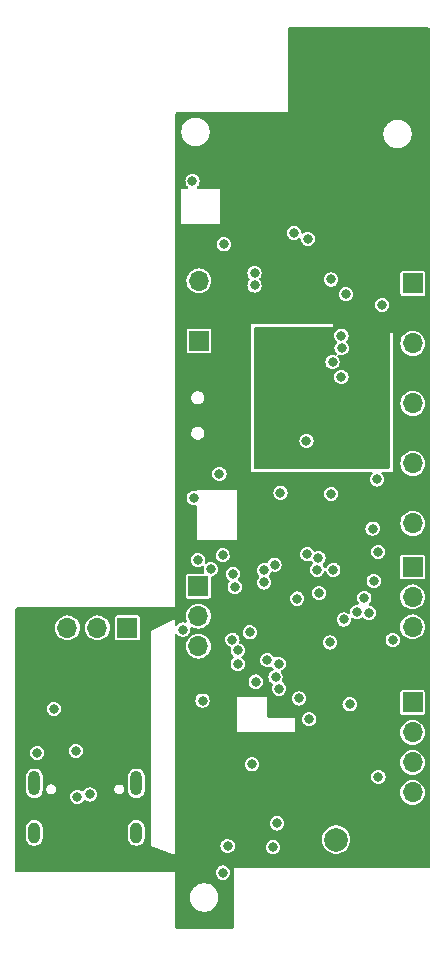
<source format=gbr>
%TF.GenerationSoftware,KiCad,Pcbnew,8.0.8*%
%TF.CreationDate,2025-05-28T20:16:54-04:00*%
%TF.ProjectId,Tiny4FSK,54696e79-3446-4534-9b2e-6b696361645f,rev?*%
%TF.SameCoordinates,Original*%
%TF.FileFunction,Copper,L2,Inr*%
%TF.FilePolarity,Positive*%
%FSLAX46Y46*%
G04 Gerber Fmt 4.6, Leading zero omitted, Abs format (unit mm)*
G04 Created by KiCad (PCBNEW 8.0.8) date 2025-05-28 20:16:54*
%MOMM*%
%LPD*%
G01*
G04 APERTURE LIST*
%TA.AperFunction,ComponentPad*%
%ADD10O,1.000000X2.100000*%
%TD*%
%TA.AperFunction,ComponentPad*%
%ADD11O,1.000000X1.800000*%
%TD*%
%TA.AperFunction,ComponentPad*%
%ADD12R,1.700000X1.700000*%
%TD*%
%TA.AperFunction,ComponentPad*%
%ADD13O,1.700000X1.700000*%
%TD*%
%TA.AperFunction,HeatsinkPad*%
%ADD14C,0.500000*%
%TD*%
%TA.AperFunction,ComponentPad*%
%ADD15C,0.600000*%
%TD*%
%TA.AperFunction,ComponentPad*%
%ADD16C,2.000000*%
%TD*%
%TA.AperFunction,ViaPad*%
%ADD17C,0.800000*%
%TD*%
%TA.AperFunction,ViaPad*%
%ADD18C,0.600000*%
%TD*%
G04 APERTURE END LIST*
D10*
%TO.N,Net-(J7-SHIELD)*%
%TO.C,J7*%
X128356776Y-100905139D03*
D11*
X128356776Y-105085139D03*
D10*
X136996776Y-100905139D03*
D11*
X136996776Y-105085139D03*
%TD*%
D12*
%TO.N,D+*%
%TO.C,J4*%
X142250000Y-84210000D03*
D13*
%TO.N,D-*%
X142250000Y-86750000D03*
%TO.N,+3.3V*%
X142250000Y-89290000D03*
%TO.N,Earth*%
X142250000Y-91830000D03*
%TD*%
D12*
%TO.N,+3.3V*%
%TO.C,J3*%
X160380000Y-82590000D03*
D13*
%TO.N,SDA*%
X160380000Y-85130000D03*
%TO.N,SCL*%
X160380000Y-87670000D03*
%TO.N,Earth*%
X160380000Y-90210000D03*
%TD*%
D14*
%TO.N,Earth*%
%TO.C,U6*%
X153500000Y-93000000D03*
X153500000Y-91000000D03*
X151500000Y-93000000D03*
X151500000Y-91000000D03*
%TD*%
D12*
%TO.N,+BATT*%
%TO.C,J1*%
X142294431Y-63452157D03*
D13*
%TO.N,Earth*%
X142294431Y-60912157D03*
%TO.N,+3.3V*%
X142294431Y-58372157D03*
%TD*%
D15*
%TO.N,Earth*%
%TO.C,U3*%
X154385000Y-69255000D03*
X152885000Y-69255000D03*
X153635000Y-69755000D03*
X154385000Y-70255000D03*
X152885000Y-70255000D03*
%TD*%
D16*
%TO.N,Net-(AE2-RF)*%
%TO.C,AE2*%
X153911023Y-105665790D03*
%TO.N,Earth*%
X150696023Y-105665790D03*
X157126023Y-105665790D03*
%TD*%
D12*
%TO.N,D38*%
%TO.C,J2*%
X160400000Y-58580000D03*
D13*
%TO.N,Earth*%
X160400000Y-61120000D03*
%TO.N,D12*%
X160400000Y-63660000D03*
%TO.N,Earth*%
X160400000Y-66200000D03*
%TO.N,D13*%
X160400000Y-68740000D03*
%TO.N,Earth*%
X160400000Y-71280000D03*
%TO.N,A1*%
X160400000Y-73820000D03*
%TO.N,Earth*%
X160400000Y-76360000D03*
%TO.N,A2*%
X160400000Y-78900000D03*
%TD*%
D12*
%TO.N,D+*%
%TO.C,J5*%
X136241300Y-87746215D03*
D13*
%TO.N,D-*%
X133701300Y-87746215D03*
%TO.N,+3.3V*%
X131161300Y-87746215D03*
%TO.N,Earth*%
X128621300Y-87746215D03*
%TD*%
D12*
%TO.N,+3.3V*%
%TO.C,J6*%
X160380000Y-94065000D03*
D13*
%TO.N,MOSI*%
X160380000Y-96605000D03*
%TO.N,MISO*%
X160380000Y-99145000D03*
%TO.N,SCK*%
X160380000Y-101685000D03*
%TO.N,Earth*%
X160380000Y-104225000D03*
%TD*%
D17*
%TO.N,Earth*%
X150300000Y-98400000D03*
X151477985Y-84722259D03*
X147900000Y-100000000D03*
X157000000Y-67750000D03*
X156000000Y-43828369D03*
X152900000Y-73500000D03*
X156510000Y-48038570D03*
X157064640Y-91282624D03*
X156500000Y-45904284D03*
X148400000Y-70600000D03*
X154100761Y-73460013D03*
X140750000Y-64750000D03*
X155000000Y-54200000D03*
X148700000Y-72100000D03*
X146750000Y-60500000D03*
X160950000Y-37748369D03*
X150000000Y-49500000D03*
X130250000Y-103750000D03*
D18*
X130900000Y-95656687D03*
D17*
X160950000Y-39852246D03*
X156120000Y-37748369D03*
X157398495Y-66500000D03*
X153500000Y-38928369D03*
X143000000Y-98500000D03*
X128750000Y-91000000D03*
X156500000Y-46900000D03*
X153900000Y-44100000D03*
X145750000Y-71500000D03*
X156500000Y-49034284D03*
X154400000Y-40228369D03*
D18*
X127750000Y-89500000D03*
D17*
X152770000Y-95230000D03*
X156510000Y-44771225D03*
X140750000Y-57000000D03*
X152900000Y-37728369D03*
X147060000Y-44470000D03*
X152200000Y-42828369D03*
X154600000Y-45100000D03*
X131500000Y-103750000D03*
X129156247Y-97211402D03*
X155100000Y-76500000D03*
X160950000Y-54267139D03*
X156640503Y-72436099D03*
X157398495Y-63363147D03*
X140750000Y-50000000D03*
X154600000Y-42328369D03*
X156500000Y-54250000D03*
X158010000Y-51812856D03*
X142250000Y-69750000D03*
X144060000Y-44470000D03*
X142060000Y-47830000D03*
X158010000Y-54878214D03*
X155300000Y-43128369D03*
X152700000Y-100200000D03*
X143000000Y-99750000D03*
X153000000Y-40028369D03*
X157100000Y-57200000D03*
X141000000Y-71250000D03*
X141200000Y-75200000D03*
X145750000Y-72750000D03*
X141150000Y-94370000D03*
X154600000Y-46100000D03*
D18*
X137250000Y-89500000D03*
D17*
X154700000Y-57800000D03*
X151300000Y-76100000D03*
X157040000Y-95310000D03*
X158010000Y-53856428D03*
X150300000Y-75100000D03*
X141000000Y-80478020D03*
X141060000Y-47270000D03*
X157040000Y-93270000D03*
X150300000Y-40528369D03*
X158010000Y-52834642D03*
X150200000Y-72100000D03*
X148100000Y-44500000D03*
X156300000Y-64000000D03*
X143060000Y-47210000D03*
X151000000Y-49500000D03*
X141250000Y-55000000D03*
X160950000Y-41876123D03*
X157064640Y-92302624D03*
X157398495Y-65454381D03*
X135750000Y-102750000D03*
X157040000Y-94290000D03*
X155800000Y-62800000D03*
X156895000Y-71250000D03*
X153200000Y-43400000D03*
D18*
X137250000Y-90750000D03*
D17*
X160950000Y-50219385D03*
X148800000Y-73300000D03*
X146750000Y-50250000D03*
X157730000Y-37748369D03*
X141900000Y-107600000D03*
X149000000Y-49500000D03*
X141000000Y-68250000D03*
X151700000Y-102600000D03*
X154600000Y-49460000D03*
X148020000Y-49500000D03*
X151223609Y-77300468D03*
X143700000Y-56500000D03*
X154250000Y-79250000D03*
X132750000Y-103750000D03*
X152300000Y-39328369D03*
X146200000Y-97100000D03*
X135257753Y-94120555D03*
X160950000Y-48195508D03*
X154600000Y-47400000D03*
X141500000Y-79600000D03*
X156500000Y-50030000D03*
X131930000Y-96900000D03*
X152910000Y-97595000D03*
X154600000Y-48460000D03*
X153720000Y-98820000D03*
X156300000Y-87600000D03*
X151700000Y-101100000D03*
X157398495Y-64408764D03*
X152000000Y-49500000D03*
X145305310Y-81505781D03*
X150400000Y-38128369D03*
X146060000Y-44470000D03*
X153600000Y-53600000D03*
X153200000Y-49500000D03*
X151200000Y-42100000D03*
X140300000Y-107650000D03*
X129192696Y-95552010D03*
X161000000Y-46100000D03*
X156100000Y-59500000D03*
X154510000Y-37728369D03*
X159340000Y-37748369D03*
X160950000Y-52243262D03*
D18*
X137750000Y-96000000D03*
D17*
X158010000Y-55900000D03*
X135250000Y-103750000D03*
X146025000Y-92300000D03*
X154770000Y-98810000D03*
X157190000Y-97230000D03*
X148173772Y-76314833D03*
X134000000Y-103750000D03*
X160950000Y-43900000D03*
X145060000Y-44470000D03*
X150300000Y-41428369D03*
X129500000Y-102750000D03*
%TO.N,+3.3V*%
X154377605Y-64069111D03*
X149200000Y-76300000D03*
X153607500Y-65255000D03*
X156700000Y-86467500D03*
X146800000Y-99300000D03*
X148568663Y-106320748D03*
X154357500Y-63000000D03*
X153390002Y-88978107D03*
X154357500Y-66505000D03*
X144390000Y-55280000D03*
X141848000Y-76730000D03*
X130000000Y-94600000D03*
X144307081Y-81600000D03*
X153500000Y-76400000D03*
X157475000Y-81300000D03*
X150615305Y-85270000D03*
X154750000Y-59500000D03*
X151400000Y-71900000D03*
X147100000Y-92300000D03*
X158700000Y-88767500D03*
%TO.N,GPIO1*%
X146597024Y-88127670D03*
X148088612Y-90479669D03*
%TO.N,RF_RST*%
X145575000Y-89646586D03*
X140950000Y-87890000D03*
X143304168Y-82785832D03*
X149040055Y-90787500D03*
%TO.N,SCK*%
X148778661Y-91930002D03*
%TO.N,MISO*%
X149087390Y-92887767D03*
X152475000Y-84800000D03*
%TO.N,MOSI*%
X145575000Y-90800000D03*
X157490000Y-100360000D03*
%TO.N,RF_SS*%
X150775000Y-93720000D03*
X156297591Y-85220260D03*
%TO.N,SDA*%
X157090636Y-83775330D03*
%TO.N,SCL*%
X141746063Y-49911322D03*
X157806556Y-60385147D03*
X157000000Y-79337500D03*
%TO.N,SWDIO*%
X147822340Y-82874802D03*
%TO.N,SWCLK*%
X148696470Y-82389104D03*
%TO.N,nRST*%
X147820789Y-83897149D03*
X142600000Y-93900000D03*
%TO.N,A1*%
X145174927Y-83163304D03*
%TO.N,A2*%
X145319484Y-84285581D03*
%TO.N,D+*%
X133052482Y-101849196D03*
%TO.N,D-*%
X132000000Y-102050000D03*
%TO.N,SUCCESS*%
X145125000Y-88750000D03*
X144725178Y-106221176D03*
%TO.N,ERROR*%
X144312775Y-108469464D03*
X148900000Y-104300000D03*
X151640000Y-95480000D03*
X154562653Y-87037347D03*
%TO.N,SDN*%
X155052263Y-94223043D03*
X155703538Y-86383424D03*
%TO.N,D13*%
X153675001Y-82823388D03*
%TO.N,D12*%
X157363639Y-75173639D03*
%TO.N,+BATT*%
X147000000Y-58750000D03*
X147000000Y-57700000D03*
X144025000Y-74699191D03*
%TO.N,TXD*%
X151460304Y-81504999D03*
X151509790Y-54809991D03*
%TO.N,RXD*%
X150340626Y-54300000D03*
X152406925Y-81827358D03*
%TO.N,GPS_EN*%
X142200000Y-82000000D03*
X153500000Y-58250000D03*
%TO.N,USB*%
X128600000Y-98333575D03*
X131870000Y-98150000D03*
%TO.N,D38*%
X152300000Y-82824750D03*
%TD*%
%TA.AperFunction,Conductor*%
%TO.N,Earth*%
G36*
X161793039Y-36919685D02*
G01*
X161838794Y-36972489D01*
X161850000Y-37024000D01*
X161850000Y-107976000D01*
X161830315Y-108043039D01*
X161777511Y-108088794D01*
X161726000Y-108100000D01*
X145250000Y-108100000D01*
X145250000Y-113076000D01*
X145230315Y-113143039D01*
X145177511Y-113188794D01*
X145126000Y-113200000D01*
X140424000Y-113200000D01*
X140356961Y-113180315D01*
X140311206Y-113127511D01*
X140300000Y-113076000D01*
X140300000Y-110482072D01*
X141539804Y-110482072D01*
X141539804Y-110671045D01*
X141569363Y-110857677D01*
X141627758Y-111037395D01*
X141713544Y-111205758D01*
X141824614Y-111358632D01*
X141958231Y-111492249D01*
X142111105Y-111603319D01*
X142190651Y-111643849D01*
X142279467Y-111689104D01*
X142279469Y-111689104D01*
X142279472Y-111689106D01*
X142375801Y-111720405D01*
X142459185Y-111747499D01*
X142645818Y-111777059D01*
X142645823Y-111777059D01*
X142834790Y-111777059D01*
X143021422Y-111747499D01*
X143201136Y-111689106D01*
X143369503Y-111603319D01*
X143522377Y-111492249D01*
X143655994Y-111358632D01*
X143767064Y-111205758D01*
X143852851Y-111037391D01*
X143911244Y-110857677D01*
X143940804Y-110671045D01*
X143940804Y-110482072D01*
X143911244Y-110295440D01*
X143852849Y-110115722D01*
X143767063Y-109947359D01*
X143655994Y-109794486D01*
X143522377Y-109660869D01*
X143369503Y-109549799D01*
X143201140Y-109464013D01*
X143021422Y-109405618D01*
X142834790Y-109376059D01*
X142834785Y-109376059D01*
X142645823Y-109376059D01*
X142645818Y-109376059D01*
X142459185Y-109405618D01*
X142279467Y-109464013D01*
X142111104Y-109549799D01*
X142023883Y-109613169D01*
X141958231Y-109660869D01*
X141958229Y-109660871D01*
X141958228Y-109660871D01*
X141824616Y-109794483D01*
X141824616Y-109794484D01*
X141824614Y-109794486D01*
X141776914Y-109860138D01*
X141713544Y-109947359D01*
X141627758Y-110115722D01*
X141569363Y-110295440D01*
X141539804Y-110482072D01*
X140300000Y-110482072D01*
X140300000Y-108469462D01*
X143707093Y-108469462D01*
X143707093Y-108469465D01*
X143727730Y-108626224D01*
X143727731Y-108626226D01*
X143788239Y-108772305D01*
X143884493Y-108897746D01*
X144009934Y-108994000D01*
X144156013Y-109054508D01*
X144234394Y-109064827D01*
X144312774Y-109075146D01*
X144312775Y-109075146D01*
X144312776Y-109075146D01*
X144365029Y-109068266D01*
X144469537Y-109054508D01*
X144615616Y-108994000D01*
X144741057Y-108897746D01*
X144837311Y-108772305D01*
X144897819Y-108626226D01*
X144918457Y-108469464D01*
X144897819Y-108312702D01*
X144837311Y-108166623D01*
X144741057Y-108041182D01*
X144615616Y-107944928D01*
X144469537Y-107884420D01*
X144469535Y-107884419D01*
X144312776Y-107863782D01*
X144312774Y-107863782D01*
X144156014Y-107884419D01*
X144156012Y-107884420D01*
X144009935Y-107944927D01*
X143884493Y-108041182D01*
X143788238Y-108166624D01*
X143727731Y-108312701D01*
X143727730Y-108312703D01*
X143707093Y-108469462D01*
X140300000Y-108469462D01*
X140300000Y-108450000D01*
X126874000Y-108450000D01*
X126806961Y-108430315D01*
X126761206Y-108377511D01*
X126750000Y-108326000D01*
X126750000Y-105554134D01*
X127656275Y-105554134D01*
X127683194Y-105689461D01*
X127683197Y-105689471D01*
X127735997Y-105816943D01*
X127736004Y-105816956D01*
X127812661Y-105931680D01*
X127812664Y-105931684D01*
X127910230Y-106029250D01*
X127910234Y-106029253D01*
X128024958Y-106105910D01*
X128024971Y-106105917D01*
X128152443Y-106158717D01*
X128152448Y-106158719D01*
X128152452Y-106158719D01*
X128152453Y-106158720D01*
X128287780Y-106185639D01*
X128287783Y-106185639D01*
X128425771Y-106185639D01*
X128534630Y-106163985D01*
X128561104Y-106158719D01*
X128688587Y-106105914D01*
X128803318Y-106029253D01*
X128900890Y-105931681D01*
X128977551Y-105816950D01*
X129030356Y-105689467D01*
X129057276Y-105554134D01*
X136296275Y-105554134D01*
X136323194Y-105689461D01*
X136323197Y-105689471D01*
X136375997Y-105816943D01*
X136376004Y-105816956D01*
X136452661Y-105931680D01*
X136452664Y-105931684D01*
X136550230Y-106029250D01*
X136550234Y-106029253D01*
X136664958Y-106105910D01*
X136664971Y-106105917D01*
X136792443Y-106158717D01*
X136792448Y-106158719D01*
X136792452Y-106158719D01*
X136792453Y-106158720D01*
X136927780Y-106185639D01*
X136927783Y-106185639D01*
X137065771Y-106185639D01*
X137174630Y-106163985D01*
X137201104Y-106158719D01*
X137328587Y-106105914D01*
X137443318Y-106029253D01*
X137540890Y-105931681D01*
X137617551Y-105816950D01*
X137670356Y-105689467D01*
X137697276Y-105554132D01*
X137697276Y-104616146D01*
X137697276Y-104616143D01*
X137670357Y-104480816D01*
X137670356Y-104480815D01*
X137670356Y-104480811D01*
X137660394Y-104456760D01*
X137617554Y-104353334D01*
X137617547Y-104353321D01*
X137540890Y-104238597D01*
X137540887Y-104238593D01*
X137443321Y-104141027D01*
X137443317Y-104141024D01*
X137328593Y-104064367D01*
X137328580Y-104064360D01*
X137201108Y-104011560D01*
X137201098Y-104011557D01*
X137065771Y-103984639D01*
X137065769Y-103984639D01*
X136927783Y-103984639D01*
X136927781Y-103984639D01*
X136792453Y-104011557D01*
X136792443Y-104011560D01*
X136664971Y-104064360D01*
X136664958Y-104064367D01*
X136550234Y-104141024D01*
X136550230Y-104141027D01*
X136452664Y-104238593D01*
X136452661Y-104238597D01*
X136376004Y-104353321D01*
X136375997Y-104353334D01*
X136323197Y-104480806D01*
X136323194Y-104480816D01*
X136296276Y-104616143D01*
X136296276Y-104616146D01*
X136296276Y-105554132D01*
X136296276Y-105554134D01*
X136296275Y-105554134D01*
X129057276Y-105554134D01*
X129057276Y-105554132D01*
X129057276Y-104616146D01*
X129057276Y-104616143D01*
X129030357Y-104480816D01*
X129030356Y-104480815D01*
X129030356Y-104480811D01*
X129020394Y-104456760D01*
X128977554Y-104353334D01*
X128977547Y-104353321D01*
X128900890Y-104238597D01*
X128900887Y-104238593D01*
X128803321Y-104141027D01*
X128803317Y-104141024D01*
X128688593Y-104064367D01*
X128688580Y-104064360D01*
X128561108Y-104011560D01*
X128561098Y-104011557D01*
X128425771Y-103984639D01*
X128425769Y-103984639D01*
X128287783Y-103984639D01*
X128287781Y-103984639D01*
X128152453Y-104011557D01*
X128152443Y-104011560D01*
X128024971Y-104064360D01*
X128024958Y-104064367D01*
X127910234Y-104141024D01*
X127910230Y-104141027D01*
X127812664Y-104238593D01*
X127812661Y-104238597D01*
X127736004Y-104353321D01*
X127735997Y-104353334D01*
X127683197Y-104480806D01*
X127683194Y-104480816D01*
X127656276Y-104616143D01*
X127656276Y-104616146D01*
X127656276Y-105554132D01*
X127656276Y-105554134D01*
X127656275Y-105554134D01*
X126750000Y-105554134D01*
X126750000Y-101524134D01*
X127656275Y-101524134D01*
X127683194Y-101659461D01*
X127683197Y-101659471D01*
X127735997Y-101786943D01*
X127736004Y-101786956D01*
X127812661Y-101901680D01*
X127812664Y-101901684D01*
X127910230Y-101999250D01*
X127910234Y-101999253D01*
X128024958Y-102075910D01*
X128024971Y-102075917D01*
X128152443Y-102128717D01*
X128152448Y-102128719D01*
X128152452Y-102128719D01*
X128152453Y-102128720D01*
X128287780Y-102155639D01*
X128287783Y-102155639D01*
X128425771Y-102155639D01*
X128516817Y-102137528D01*
X128561104Y-102128719D01*
X128688587Y-102075914D01*
X128727373Y-102049998D01*
X131394318Y-102049998D01*
X131394318Y-102050001D01*
X131414955Y-102206760D01*
X131414956Y-102206762D01*
X131444247Y-102277478D01*
X131475464Y-102352841D01*
X131571718Y-102478282D01*
X131697159Y-102574536D01*
X131843238Y-102635044D01*
X131921619Y-102645363D01*
X131999999Y-102655682D01*
X132000000Y-102655682D01*
X132000001Y-102655682D01*
X132052254Y-102648802D01*
X132156762Y-102635044D01*
X132302841Y-102574536D01*
X132428282Y-102478282D01*
X132522383Y-102355646D01*
X132578808Y-102314445D01*
X132648554Y-102310290D01*
X132696244Y-102332759D01*
X132749639Y-102373731D01*
X132749640Y-102373731D01*
X132749641Y-102373732D01*
X132895720Y-102434240D01*
X132974101Y-102444559D01*
X133052481Y-102454878D01*
X133052482Y-102454878D01*
X133052483Y-102454878D01*
X133104736Y-102447998D01*
X133209244Y-102434240D01*
X133355323Y-102373732D01*
X133480764Y-102277478D01*
X133577018Y-102152037D01*
X133637526Y-102005958D01*
X133658164Y-101849196D01*
X133651903Y-101801642D01*
X133637526Y-101692435D01*
X133637526Y-101692434D01*
X133577018Y-101546355D01*
X133480764Y-101420914D01*
X133387201Y-101349121D01*
X135141276Y-101349121D01*
X135141276Y-101461157D01*
X135170273Y-101569376D01*
X135226291Y-101666402D01*
X135305513Y-101745624D01*
X135402539Y-101801642D01*
X135510758Y-101830639D01*
X135510760Y-101830639D01*
X135622792Y-101830639D01*
X135622794Y-101830639D01*
X135731013Y-101801642D01*
X135828039Y-101745624D01*
X135907261Y-101666402D01*
X135963279Y-101569376D01*
X135975401Y-101524134D01*
X136296275Y-101524134D01*
X136323194Y-101659461D01*
X136323197Y-101659471D01*
X136375997Y-101786943D01*
X136376004Y-101786956D01*
X136452661Y-101901680D01*
X136452664Y-101901684D01*
X136550230Y-101999250D01*
X136550234Y-101999253D01*
X136664958Y-102075910D01*
X136664971Y-102075917D01*
X136792443Y-102128717D01*
X136792448Y-102128719D01*
X136792452Y-102128719D01*
X136792453Y-102128720D01*
X136927780Y-102155639D01*
X136927783Y-102155639D01*
X137065771Y-102155639D01*
X137156817Y-102137528D01*
X137201104Y-102128719D01*
X137328587Y-102075914D01*
X137443318Y-101999253D01*
X137540890Y-101901681D01*
X137617551Y-101786950D01*
X137670356Y-101659467D01*
X137688276Y-101569378D01*
X137697276Y-101524134D01*
X137697276Y-100286143D01*
X137670357Y-100150816D01*
X137670356Y-100150815D01*
X137670356Y-100150811D01*
X137631565Y-100057160D01*
X137617554Y-100023334D01*
X137617547Y-100023321D01*
X137540890Y-99908597D01*
X137540887Y-99908593D01*
X137443321Y-99811027D01*
X137443317Y-99811024D01*
X137328593Y-99734367D01*
X137328580Y-99734360D01*
X137201108Y-99681560D01*
X137201098Y-99681557D01*
X137065771Y-99654639D01*
X137065769Y-99654639D01*
X136927783Y-99654639D01*
X136927781Y-99654639D01*
X136792453Y-99681557D01*
X136792443Y-99681560D01*
X136664971Y-99734360D01*
X136664958Y-99734367D01*
X136550234Y-99811024D01*
X136550230Y-99811027D01*
X136452664Y-99908593D01*
X136452661Y-99908597D01*
X136376004Y-100023321D01*
X136375997Y-100023334D01*
X136323197Y-100150806D01*
X136323194Y-100150816D01*
X136296276Y-100286143D01*
X136296276Y-100286146D01*
X136296276Y-101524132D01*
X136296276Y-101524134D01*
X136296275Y-101524134D01*
X135975401Y-101524134D01*
X135992276Y-101461157D01*
X135992276Y-101349121D01*
X135963279Y-101240902D01*
X135907261Y-101143876D01*
X135828039Y-101064654D01*
X135731013Y-101008636D01*
X135622794Y-100979639D01*
X135510758Y-100979639D01*
X135402539Y-101008636D01*
X135402536Y-101008637D01*
X135305516Y-101064652D01*
X135305510Y-101064656D01*
X135226293Y-101143873D01*
X135226289Y-101143879D01*
X135170274Y-101240899D01*
X135170273Y-101240902D01*
X135141276Y-101349121D01*
X133387201Y-101349121D01*
X133355323Y-101324660D01*
X133250022Y-101281043D01*
X133209244Y-101264152D01*
X133209242Y-101264151D01*
X133052483Y-101243514D01*
X133052481Y-101243514D01*
X132895721Y-101264151D01*
X132895719Y-101264152D01*
X132749642Y-101324659D01*
X132717760Y-101349123D01*
X132624200Y-101420914D01*
X132590406Y-101464956D01*
X132530100Y-101543548D01*
X132473672Y-101584750D01*
X132403926Y-101588905D01*
X132356240Y-101566438D01*
X132302841Y-101525464D01*
X132299630Y-101524134D01*
X132156762Y-101464956D01*
X132156760Y-101464955D01*
X132000001Y-101444318D01*
X131999999Y-101444318D01*
X131843239Y-101464955D01*
X131843237Y-101464956D01*
X131697160Y-101525463D01*
X131571718Y-101621718D01*
X131475463Y-101747160D01*
X131414956Y-101893237D01*
X131414955Y-101893239D01*
X131394318Y-102049998D01*
X128727373Y-102049998D01*
X128803318Y-101999253D01*
X128900890Y-101901681D01*
X128977551Y-101786950D01*
X129030356Y-101659467D01*
X129048276Y-101569378D01*
X129057276Y-101524134D01*
X129057276Y-101349121D01*
X129361276Y-101349121D01*
X129361276Y-101461157D01*
X129390273Y-101569376D01*
X129446291Y-101666402D01*
X129525513Y-101745624D01*
X129622539Y-101801642D01*
X129730758Y-101830639D01*
X129730760Y-101830639D01*
X129842792Y-101830639D01*
X129842794Y-101830639D01*
X129951013Y-101801642D01*
X130048039Y-101745624D01*
X130127261Y-101666402D01*
X130183279Y-101569376D01*
X130212276Y-101461157D01*
X130212276Y-101349121D01*
X130183279Y-101240902D01*
X130127261Y-101143876D01*
X130048039Y-101064654D01*
X129951013Y-101008636D01*
X129842794Y-100979639D01*
X129730758Y-100979639D01*
X129622539Y-101008636D01*
X129622536Y-101008637D01*
X129525516Y-101064652D01*
X129525510Y-101064656D01*
X129446293Y-101143873D01*
X129446289Y-101143879D01*
X129390274Y-101240899D01*
X129390273Y-101240902D01*
X129361276Y-101349121D01*
X129057276Y-101349121D01*
X129057276Y-100286143D01*
X129030357Y-100150816D01*
X129030356Y-100150815D01*
X129030356Y-100150811D01*
X128991565Y-100057160D01*
X128977554Y-100023334D01*
X128977547Y-100023321D01*
X128900890Y-99908597D01*
X128900887Y-99908593D01*
X128803321Y-99811027D01*
X128803317Y-99811024D01*
X128688593Y-99734367D01*
X128688580Y-99734360D01*
X128561108Y-99681560D01*
X128561098Y-99681557D01*
X128425771Y-99654639D01*
X128425769Y-99654639D01*
X128287783Y-99654639D01*
X128287781Y-99654639D01*
X128152453Y-99681557D01*
X128152443Y-99681560D01*
X128024971Y-99734360D01*
X128024958Y-99734367D01*
X127910234Y-99811024D01*
X127910230Y-99811027D01*
X127812664Y-99908593D01*
X127812661Y-99908597D01*
X127736004Y-100023321D01*
X127735997Y-100023334D01*
X127683197Y-100150806D01*
X127683194Y-100150816D01*
X127656276Y-100286143D01*
X127656276Y-100286146D01*
X127656276Y-101524132D01*
X127656276Y-101524134D01*
X127656275Y-101524134D01*
X126750000Y-101524134D01*
X126750000Y-98333573D01*
X127994318Y-98333573D01*
X127994318Y-98333576D01*
X128014955Y-98490335D01*
X128014956Y-98490337D01*
X128043209Y-98558547D01*
X128075464Y-98636416D01*
X128171718Y-98761857D01*
X128297159Y-98858111D01*
X128443238Y-98918619D01*
X128521619Y-98928938D01*
X128599999Y-98939257D01*
X128600000Y-98939257D01*
X128600001Y-98939257D01*
X128652254Y-98932377D01*
X128756762Y-98918619D01*
X128902841Y-98858111D01*
X129028282Y-98761857D01*
X129124536Y-98636416D01*
X129185044Y-98490337D01*
X129205682Y-98333575D01*
X129185044Y-98176813D01*
X129173937Y-98149998D01*
X131264318Y-98149998D01*
X131264318Y-98150001D01*
X131284955Y-98306760D01*
X131284956Y-98306762D01*
X131345464Y-98452841D01*
X131441718Y-98578282D01*
X131567159Y-98674536D01*
X131713238Y-98735044D01*
X131758828Y-98741046D01*
X131869999Y-98755682D01*
X131870000Y-98755682D01*
X131870001Y-98755682D01*
X131922254Y-98748802D01*
X132026762Y-98735044D01*
X132172841Y-98674536D01*
X132298282Y-98578282D01*
X132394536Y-98452841D01*
X132455044Y-98306762D01*
X132475682Y-98150000D01*
X132470376Y-98109700D01*
X132455044Y-97993239D01*
X132455044Y-97993238D01*
X132394536Y-97847159D01*
X132298282Y-97721718D01*
X132172841Y-97625464D01*
X132063641Y-97580232D01*
X132026762Y-97564956D01*
X132026760Y-97564955D01*
X131870001Y-97544318D01*
X131869999Y-97544318D01*
X131713239Y-97564955D01*
X131713237Y-97564956D01*
X131567160Y-97625463D01*
X131441718Y-97721718D01*
X131345463Y-97847160D01*
X131284956Y-97993237D01*
X131284955Y-97993239D01*
X131264318Y-98149998D01*
X129173937Y-98149998D01*
X129124536Y-98030734D01*
X129028282Y-97905293D01*
X128902841Y-97809039D01*
X128756762Y-97748531D01*
X128756760Y-97748530D01*
X128600001Y-97727893D01*
X128599999Y-97727893D01*
X128443239Y-97748530D01*
X128443237Y-97748531D01*
X128297160Y-97809038D01*
X128171718Y-97905293D01*
X128075463Y-98030735D01*
X128014956Y-98176812D01*
X128014955Y-98176814D01*
X127994318Y-98333573D01*
X126750000Y-98333573D01*
X126750000Y-94599998D01*
X129394318Y-94599998D01*
X129394318Y-94600001D01*
X129414955Y-94756760D01*
X129414956Y-94756762D01*
X129472197Y-94894955D01*
X129475464Y-94902841D01*
X129571718Y-95028282D01*
X129697159Y-95124536D01*
X129843238Y-95185044D01*
X129921619Y-95195363D01*
X129999999Y-95205682D01*
X130000000Y-95205682D01*
X130000001Y-95205682D01*
X130052254Y-95198802D01*
X130156762Y-95185044D01*
X130302841Y-95124536D01*
X130428282Y-95028282D01*
X130524536Y-94902841D01*
X130585044Y-94756762D01*
X130605682Y-94600000D01*
X130595924Y-94525884D01*
X130585044Y-94443239D01*
X130585044Y-94443238D01*
X130524536Y-94297159D01*
X130428282Y-94171718D01*
X130302841Y-94075464D01*
X130280671Y-94066281D01*
X130156762Y-94014956D01*
X130156760Y-94014955D01*
X130000001Y-93994318D01*
X129999999Y-93994318D01*
X129843239Y-94014955D01*
X129843237Y-94014956D01*
X129697160Y-94075463D01*
X129571718Y-94171718D01*
X129475463Y-94297160D01*
X129414956Y-94443237D01*
X129414955Y-94443239D01*
X129394318Y-94599998D01*
X126750000Y-94599998D01*
X126750000Y-87746215D01*
X130105717Y-87746215D01*
X130125999Y-87952147D01*
X130140515Y-88000000D01*
X130186068Y-88150169D01*
X130283615Y-88332665D01*
X130283617Y-88332667D01*
X130414889Y-88492625D01*
X130511509Y-88571917D01*
X130574850Y-88623900D01*
X130757346Y-88721447D01*
X130955366Y-88781515D01*
X130955365Y-88781515D01*
X130973829Y-88783333D01*
X131161300Y-88801798D01*
X131367234Y-88781515D01*
X131565254Y-88721447D01*
X131747750Y-88623900D01*
X131907710Y-88492625D01*
X132038985Y-88332665D01*
X132136532Y-88150169D01*
X132196600Y-87952149D01*
X132216883Y-87746215D01*
X132645717Y-87746215D01*
X132665999Y-87952147D01*
X132680515Y-88000000D01*
X132726068Y-88150169D01*
X132823615Y-88332665D01*
X132823617Y-88332667D01*
X132954889Y-88492625D01*
X133051509Y-88571917D01*
X133114850Y-88623900D01*
X133297346Y-88721447D01*
X133495366Y-88781515D01*
X133495365Y-88781515D01*
X133513829Y-88783333D01*
X133701300Y-88801798D01*
X133907234Y-88781515D01*
X134105254Y-88721447D01*
X134287750Y-88623900D01*
X134447710Y-88492625D01*
X134578985Y-88332665D01*
X134676532Y-88150169D01*
X134736600Y-87952149D01*
X134756883Y-87746215D01*
X134736600Y-87540281D01*
X134676532Y-87342261D01*
X134578985Y-87159765D01*
X134478520Y-87037347D01*
X134447710Y-86999804D01*
X134297421Y-86876467D01*
X134297415Y-86876462D01*
X135190800Y-86876462D01*
X135190800Y-88615967D01*
X135202431Y-88674444D01*
X135202432Y-88674445D01*
X135246747Y-88740767D01*
X135313069Y-88785082D01*
X135313070Y-88785083D01*
X135371547Y-88796714D01*
X135371550Y-88796715D01*
X135371552Y-88796715D01*
X137111050Y-88796715D01*
X137111051Y-88796714D01*
X137125868Y-88793767D01*
X137169529Y-88785083D01*
X137169529Y-88785082D01*
X137169531Y-88785082D01*
X137235852Y-88740767D01*
X137280167Y-88674446D01*
X137280167Y-88674444D01*
X137280168Y-88674444D01*
X137291799Y-88615967D01*
X137291800Y-88615965D01*
X137291800Y-88000000D01*
X138250000Y-88000000D01*
X138250000Y-106200000D01*
X140250000Y-106950000D01*
X140250000Y-106949999D01*
X140250000Y-106221174D01*
X144119496Y-106221174D01*
X144119496Y-106221177D01*
X144140133Y-106377936D01*
X144140134Y-106377938D01*
X144200642Y-106524017D01*
X144296896Y-106649458D01*
X144422337Y-106745712D01*
X144568416Y-106806220D01*
X144646797Y-106816539D01*
X144725177Y-106826858D01*
X144725178Y-106826858D01*
X144725179Y-106826858D01*
X144777432Y-106819978D01*
X144881940Y-106806220D01*
X145028019Y-106745712D01*
X145153460Y-106649458D01*
X145249714Y-106524017D01*
X145310222Y-106377938D01*
X145317751Y-106320746D01*
X147962981Y-106320746D01*
X147962981Y-106320749D01*
X147983618Y-106477508D01*
X147983619Y-106477510D01*
X148044127Y-106623589D01*
X148140381Y-106749030D01*
X148265822Y-106845284D01*
X148411901Y-106905792D01*
X148490282Y-106916111D01*
X148568662Y-106926430D01*
X148568663Y-106926430D01*
X148568664Y-106926430D01*
X148620917Y-106919550D01*
X148725425Y-106905792D01*
X148871504Y-106845284D01*
X148996945Y-106749030D01*
X149093199Y-106623589D01*
X149153707Y-106477510D01*
X149174345Y-106320748D01*
X149153707Y-106163986D01*
X149093199Y-106017907D01*
X148996945Y-105892466D01*
X148871504Y-105796212D01*
X148725425Y-105735704D01*
X148725423Y-105735703D01*
X148568664Y-105715066D01*
X148568662Y-105715066D01*
X148411902Y-105735703D01*
X148411900Y-105735704D01*
X148265823Y-105796211D01*
X148140381Y-105892466D01*
X148044126Y-106017908D01*
X147983619Y-106163985D01*
X147983618Y-106163987D01*
X147962981Y-106320746D01*
X145317751Y-106320746D01*
X145330860Y-106221176D01*
X145326181Y-106185639D01*
X145310222Y-106064415D01*
X145310222Y-106064414D01*
X145249714Y-105918335D01*
X145153460Y-105792894D01*
X145028019Y-105696640D01*
X145010687Y-105689461D01*
X144953538Y-105665789D01*
X152705380Y-105665789D01*
X152705380Y-105665790D01*
X152725907Y-105887325D01*
X152725908Y-105887327D01*
X152786792Y-106101313D01*
X152786798Y-106101328D01*
X152885961Y-106300473D01*
X152885966Y-106300481D01*
X153020043Y-106478028D01*
X153184460Y-106627913D01*
X153184462Y-106627915D01*
X153373618Y-106745035D01*
X153373619Y-106745035D01*
X153373622Y-106745037D01*
X153581083Y-106825408D01*
X153799780Y-106866290D01*
X153799782Y-106866290D01*
X154022264Y-106866290D01*
X154022266Y-106866290D01*
X154240963Y-106825408D01*
X154448424Y-106745037D01*
X154637585Y-106627914D01*
X154802004Y-106478026D01*
X154936081Y-106300479D01*
X155035252Y-106101318D01*
X155096138Y-105887326D01*
X155116666Y-105665790D01*
X155112005Y-105615494D01*
X155096138Y-105444254D01*
X155096137Y-105444252D01*
X155035253Y-105230266D01*
X155035252Y-105230262D01*
X155035247Y-105230251D01*
X154936084Y-105031106D01*
X154936079Y-105031098D01*
X154802002Y-104853551D01*
X154637585Y-104703666D01*
X154637583Y-104703664D01*
X154448427Y-104586544D01*
X154448421Y-104586542D01*
X154240963Y-104506172D01*
X154022266Y-104465290D01*
X153799780Y-104465290D01*
X153581083Y-104506172D01*
X153449887Y-104556997D01*
X153373624Y-104586542D01*
X153373618Y-104586544D01*
X153184462Y-104703664D01*
X153184460Y-104703666D01*
X153020043Y-104853551D01*
X152885966Y-105031098D01*
X152885961Y-105031106D01*
X152786798Y-105230251D01*
X152786792Y-105230266D01*
X152725908Y-105444252D01*
X152725907Y-105444254D01*
X152705380Y-105665789D01*
X144953538Y-105665789D01*
X144881940Y-105636132D01*
X144881938Y-105636131D01*
X144725179Y-105615494D01*
X144725177Y-105615494D01*
X144568417Y-105636131D01*
X144568415Y-105636132D01*
X144422338Y-105696639D01*
X144296896Y-105792894D01*
X144200641Y-105918336D01*
X144140134Y-106064413D01*
X144140133Y-106064415D01*
X144119496Y-106221174D01*
X140250000Y-106221174D01*
X140250000Y-104299998D01*
X148294318Y-104299998D01*
X148294318Y-104300001D01*
X148314955Y-104456760D01*
X148314956Y-104456762D01*
X148368713Y-104586544D01*
X148375464Y-104602841D01*
X148471718Y-104728282D01*
X148597159Y-104824536D01*
X148743238Y-104885044D01*
X148821619Y-104895363D01*
X148899999Y-104905682D01*
X148900000Y-104905682D01*
X148900001Y-104905682D01*
X148952254Y-104898802D01*
X149056762Y-104885044D01*
X149202841Y-104824536D01*
X149328282Y-104728282D01*
X149424536Y-104602841D01*
X149485044Y-104456762D01*
X149505682Y-104300000D01*
X149485044Y-104143238D01*
X149424536Y-103997159D01*
X149328282Y-103871718D01*
X149202841Y-103775464D01*
X149056762Y-103714956D01*
X149056760Y-103714955D01*
X148900001Y-103694318D01*
X148899999Y-103694318D01*
X148743239Y-103714955D01*
X148743237Y-103714956D01*
X148597160Y-103775463D01*
X148471718Y-103871718D01*
X148375463Y-103997160D01*
X148314956Y-104143237D01*
X148314955Y-104143239D01*
X148294318Y-104299998D01*
X140250000Y-104299998D01*
X140250000Y-101685000D01*
X159324417Y-101685000D01*
X159344699Y-101890932D01*
X159347960Y-101901681D01*
X159404768Y-102088954D01*
X159502315Y-102271450D01*
X159507262Y-102277478D01*
X159633589Y-102431410D01*
X159690704Y-102478282D01*
X159793550Y-102562685D01*
X159976046Y-102660232D01*
X160174066Y-102720300D01*
X160174065Y-102720300D01*
X160192529Y-102722118D01*
X160380000Y-102740583D01*
X160585934Y-102720300D01*
X160783954Y-102660232D01*
X160966450Y-102562685D01*
X161126410Y-102431410D01*
X161257685Y-102271450D01*
X161355232Y-102088954D01*
X161415300Y-101890934D01*
X161435583Y-101685000D01*
X161415300Y-101479066D01*
X161355232Y-101281046D01*
X161257685Y-101098550D01*
X161131707Y-100945044D01*
X161126410Y-100938589D01*
X160966452Y-100807317D01*
X160966453Y-100807317D01*
X160966450Y-100807315D01*
X160783954Y-100709768D01*
X160585934Y-100649700D01*
X160585932Y-100649699D01*
X160585934Y-100649699D01*
X160380000Y-100629417D01*
X160174067Y-100649699D01*
X159976043Y-100709769D01*
X159865898Y-100768643D01*
X159793550Y-100807315D01*
X159793548Y-100807316D01*
X159793547Y-100807317D01*
X159633589Y-100938589D01*
X159502317Y-101098547D01*
X159404769Y-101281043D01*
X159344699Y-101479067D01*
X159324417Y-101685000D01*
X140250000Y-101685000D01*
X140250000Y-100359998D01*
X156884318Y-100359998D01*
X156884318Y-100360001D01*
X156904955Y-100516760D01*
X156904956Y-100516762D01*
X156965464Y-100662841D01*
X157061718Y-100788282D01*
X157187159Y-100884536D01*
X157333238Y-100945044D01*
X157411619Y-100955363D01*
X157489999Y-100965682D01*
X157490000Y-100965682D01*
X157490001Y-100965682D01*
X157542254Y-100958802D01*
X157646762Y-100945044D01*
X157792841Y-100884536D01*
X157918282Y-100788282D01*
X158014536Y-100662841D01*
X158075044Y-100516762D01*
X158095682Y-100360000D01*
X158075044Y-100203238D01*
X158014536Y-100057159D01*
X157918282Y-99931718D01*
X157792841Y-99835464D01*
X157646762Y-99774956D01*
X157646760Y-99774955D01*
X157490001Y-99754318D01*
X157489999Y-99754318D01*
X157333239Y-99774955D01*
X157333237Y-99774956D01*
X157187160Y-99835463D01*
X157061718Y-99931718D01*
X156965463Y-100057160D01*
X156904956Y-100203237D01*
X156904955Y-100203239D01*
X156884318Y-100359998D01*
X140250000Y-100359998D01*
X140250000Y-99299998D01*
X146194318Y-99299998D01*
X146194318Y-99300001D01*
X146214955Y-99456760D01*
X146214956Y-99456762D01*
X146275464Y-99602841D01*
X146371718Y-99728282D01*
X146497159Y-99824536D01*
X146643238Y-99885044D01*
X146691593Y-99891410D01*
X146799999Y-99905682D01*
X146800000Y-99905682D01*
X146800001Y-99905682D01*
X146852254Y-99898802D01*
X146956762Y-99885044D01*
X147102841Y-99824536D01*
X147228282Y-99728282D01*
X147324536Y-99602841D01*
X147385044Y-99456762D01*
X147405682Y-99300000D01*
X147385276Y-99145000D01*
X159324417Y-99145000D01*
X159344699Y-99350932D01*
X159344700Y-99350934D01*
X159404768Y-99548954D01*
X159502315Y-99731450D01*
X159504709Y-99734367D01*
X159633589Y-99891410D01*
X159730209Y-99970702D01*
X159793550Y-100022685D01*
X159976046Y-100120232D01*
X160174066Y-100180300D01*
X160174065Y-100180300D01*
X160192529Y-100182118D01*
X160380000Y-100200583D01*
X160585934Y-100180300D01*
X160783954Y-100120232D01*
X160966450Y-100022685D01*
X161126410Y-99891410D01*
X161257685Y-99731450D01*
X161355232Y-99548954D01*
X161415300Y-99350934D01*
X161435583Y-99145000D01*
X161415300Y-98939066D01*
X161355232Y-98741046D01*
X161257685Y-98558550D01*
X161201703Y-98490335D01*
X161126410Y-98398589D01*
X160966452Y-98267317D01*
X160966453Y-98267317D01*
X160966450Y-98267315D01*
X160783954Y-98169768D01*
X160585934Y-98109700D01*
X160585932Y-98109699D01*
X160585934Y-98109699D01*
X160380000Y-98089417D01*
X160174067Y-98109699D01*
X159976043Y-98169769D01*
X159865898Y-98228643D01*
X159793550Y-98267315D01*
X159793548Y-98267316D01*
X159793547Y-98267317D01*
X159633589Y-98398589D01*
X159502317Y-98558547D01*
X159502315Y-98558550D01*
X159491768Y-98578282D01*
X159404769Y-98741043D01*
X159344699Y-98939067D01*
X159324417Y-99145000D01*
X147385276Y-99145000D01*
X147385044Y-99143238D01*
X147324536Y-98997159D01*
X147228282Y-98871718D01*
X147102841Y-98775464D01*
X147069988Y-98761856D01*
X146956762Y-98714956D01*
X146956760Y-98714955D01*
X146800001Y-98694318D01*
X146799999Y-98694318D01*
X146643239Y-98714955D01*
X146643237Y-98714956D01*
X146497160Y-98775463D01*
X146371718Y-98871718D01*
X146275463Y-98997160D01*
X146214956Y-99143237D01*
X146214955Y-99143239D01*
X146194318Y-99299998D01*
X140250000Y-99299998D01*
X140250000Y-96605000D01*
X159324417Y-96605000D01*
X159344699Y-96810932D01*
X159344700Y-96810934D01*
X159404768Y-97008954D01*
X159502315Y-97191450D01*
X159502317Y-97191452D01*
X159633589Y-97351410D01*
X159730209Y-97430702D01*
X159793550Y-97482685D01*
X159976046Y-97580232D01*
X160174066Y-97640300D01*
X160174065Y-97640300D01*
X160192529Y-97642118D01*
X160380000Y-97660583D01*
X160585934Y-97640300D01*
X160783954Y-97580232D01*
X160966450Y-97482685D01*
X161126410Y-97351410D01*
X161257685Y-97191450D01*
X161355232Y-97008954D01*
X161415300Y-96810934D01*
X161435583Y-96605000D01*
X161415300Y-96399066D01*
X161355232Y-96201046D01*
X161257685Y-96018550D01*
X161167191Y-95908282D01*
X161126410Y-95858589D01*
X160966452Y-95727317D01*
X160966453Y-95727317D01*
X160966450Y-95727315D01*
X160783954Y-95629768D01*
X160585934Y-95569700D01*
X160585932Y-95569699D01*
X160585934Y-95569699D01*
X160380000Y-95549417D01*
X160174067Y-95569699D01*
X159976043Y-95629769D01*
X159865898Y-95688643D01*
X159793550Y-95727315D01*
X159793548Y-95727316D01*
X159793547Y-95727317D01*
X159633589Y-95858589D01*
X159502317Y-96018547D01*
X159404769Y-96201043D01*
X159344699Y-96399067D01*
X159324417Y-96605000D01*
X140250000Y-96605000D01*
X140250000Y-96600000D01*
X145500000Y-96600000D01*
X150400000Y-96600000D01*
X150400000Y-95479998D01*
X151034318Y-95479998D01*
X151034318Y-95480001D01*
X151054955Y-95636760D01*
X151054956Y-95636762D01*
X151115464Y-95782841D01*
X151211718Y-95908282D01*
X151337159Y-96004536D01*
X151483238Y-96065044D01*
X151561619Y-96075363D01*
X151639999Y-96085682D01*
X151640000Y-96085682D01*
X151640001Y-96085682D01*
X151692254Y-96078802D01*
X151796762Y-96065044D01*
X151942841Y-96004536D01*
X152068282Y-95908282D01*
X152164536Y-95782841D01*
X152225044Y-95636762D01*
X152245682Y-95480000D01*
X152225044Y-95323238D01*
X152164536Y-95177159D01*
X152068282Y-95051718D01*
X151942841Y-94955464D01*
X151892828Y-94934748D01*
X151796762Y-94894956D01*
X151796760Y-94894955D01*
X151640001Y-94874318D01*
X151639999Y-94874318D01*
X151483239Y-94894955D01*
X151483237Y-94894956D01*
X151337160Y-94955463D01*
X151211718Y-95051718D01*
X151115463Y-95177160D01*
X151054956Y-95323237D01*
X151054955Y-95323239D01*
X151034318Y-95479998D01*
X150400000Y-95479998D01*
X150400000Y-95400000D01*
X148224000Y-95400000D01*
X148156961Y-95380315D01*
X148111206Y-95327511D01*
X148100000Y-95276000D01*
X148100000Y-93719998D01*
X150169318Y-93719998D01*
X150169318Y-93720001D01*
X150189955Y-93876760D01*
X150189956Y-93876762D01*
X150247197Y-94014955D01*
X150250464Y-94022841D01*
X150346718Y-94148282D01*
X150472159Y-94244536D01*
X150618238Y-94305044D01*
X150696619Y-94315363D01*
X150774999Y-94325682D01*
X150775000Y-94325682D01*
X150775001Y-94325682D01*
X150827254Y-94318802D01*
X150931762Y-94305044D01*
X151077841Y-94244536D01*
X151105854Y-94223041D01*
X154446581Y-94223041D01*
X154446581Y-94223044D01*
X154467218Y-94379803D01*
X154467219Y-94379805D01*
X154527727Y-94525884D01*
X154623981Y-94651325D01*
X154749422Y-94747579D01*
X154895501Y-94808087D01*
X154973882Y-94818406D01*
X155052262Y-94828725D01*
X155052263Y-94828725D01*
X155052264Y-94828725D01*
X155104517Y-94821845D01*
X155209025Y-94808087D01*
X155355104Y-94747579D01*
X155480545Y-94651325D01*
X155576799Y-94525884D01*
X155637307Y-94379805D01*
X155657945Y-94223043D01*
X155655285Y-94202841D01*
X155637307Y-94066282D01*
X155637307Y-94066281D01*
X155576799Y-93920202D01*
X155480545Y-93794761D01*
X155355104Y-93698507D01*
X155209025Y-93637999D01*
X155209023Y-93637998D01*
X155052264Y-93617361D01*
X155052262Y-93617361D01*
X154895502Y-93637998D01*
X154895500Y-93637999D01*
X154749423Y-93698506D01*
X154623981Y-93794761D01*
X154527726Y-93920203D01*
X154467219Y-94066280D01*
X154467218Y-94066282D01*
X154446581Y-94223041D01*
X151105854Y-94223041D01*
X151203282Y-94148282D01*
X151299536Y-94022841D01*
X151360044Y-93876762D01*
X151380682Y-93720000D01*
X151377852Y-93698507D01*
X151360044Y-93563239D01*
X151360044Y-93563238D01*
X151299536Y-93417159D01*
X151203282Y-93291718D01*
X151077841Y-93195464D01*
X151077329Y-93195252D01*
X151077317Y-93195247D01*
X159329500Y-93195247D01*
X159329500Y-94934752D01*
X159341131Y-94993229D01*
X159341132Y-94993230D01*
X159385447Y-95059552D01*
X159451769Y-95103867D01*
X159451770Y-95103868D01*
X159510247Y-95115499D01*
X159510250Y-95115500D01*
X159510252Y-95115500D01*
X161249750Y-95115500D01*
X161249751Y-95115499D01*
X161264568Y-95112552D01*
X161308229Y-95103868D01*
X161308229Y-95103867D01*
X161308231Y-95103867D01*
X161374552Y-95059552D01*
X161418867Y-94993231D01*
X161418867Y-94993229D01*
X161418868Y-94993229D01*
X161430499Y-94934752D01*
X161430500Y-94934750D01*
X161430500Y-93195249D01*
X161430499Y-93195247D01*
X161418868Y-93136770D01*
X161418867Y-93136769D01*
X161374552Y-93070447D01*
X161308230Y-93026132D01*
X161308229Y-93026131D01*
X161249752Y-93014500D01*
X161249748Y-93014500D01*
X159510252Y-93014500D01*
X159510247Y-93014500D01*
X159451770Y-93026131D01*
X159451769Y-93026132D01*
X159385447Y-93070447D01*
X159341132Y-93136769D01*
X159341131Y-93136770D01*
X159329500Y-93195247D01*
X151077317Y-93195247D01*
X150931762Y-93134956D01*
X150931760Y-93134955D01*
X150775001Y-93114318D01*
X150774999Y-93114318D01*
X150618239Y-93134955D01*
X150618237Y-93134956D01*
X150472160Y-93195463D01*
X150346718Y-93291718D01*
X150250463Y-93417160D01*
X150189956Y-93563237D01*
X150189955Y-93563239D01*
X150169318Y-93719998D01*
X148100000Y-93719998D01*
X148100000Y-93600000D01*
X145500000Y-93600000D01*
X145500000Y-96600000D01*
X140250000Y-96600000D01*
X140250000Y-93899998D01*
X141994318Y-93899998D01*
X141994318Y-93900001D01*
X142014955Y-94056760D01*
X142014956Y-94056762D01*
X142075464Y-94202841D01*
X142171718Y-94328282D01*
X142297159Y-94424536D01*
X142443238Y-94485044D01*
X142521619Y-94495363D01*
X142599999Y-94505682D01*
X142600000Y-94505682D01*
X142600001Y-94505682D01*
X142652254Y-94498802D01*
X142756762Y-94485044D01*
X142902841Y-94424536D01*
X143028282Y-94328282D01*
X143124536Y-94202841D01*
X143185044Y-94056762D01*
X143205682Y-93900000D01*
X143202622Y-93876760D01*
X143185044Y-93743239D01*
X143185044Y-93743238D01*
X143124536Y-93597159D01*
X143028282Y-93471718D01*
X142902841Y-93375464D01*
X142756762Y-93314956D01*
X142756760Y-93314955D01*
X142600001Y-93294318D01*
X142599999Y-93294318D01*
X142443239Y-93314955D01*
X142443237Y-93314956D01*
X142297160Y-93375463D01*
X142171718Y-93471718D01*
X142075463Y-93597160D01*
X142014956Y-93743237D01*
X142014955Y-93743239D01*
X141994318Y-93899998D01*
X140250000Y-93899998D01*
X140250000Y-92299998D01*
X146494318Y-92299998D01*
X146494318Y-92300001D01*
X146514955Y-92456760D01*
X146514956Y-92456762D01*
X146575464Y-92602841D01*
X146671718Y-92728282D01*
X146797159Y-92824536D01*
X146943238Y-92885044D01*
X147021619Y-92895363D01*
X147099999Y-92905682D01*
X147100000Y-92905682D01*
X147100001Y-92905682D01*
X147152254Y-92898802D01*
X147256762Y-92885044D01*
X147402841Y-92824536D01*
X147528282Y-92728282D01*
X147624536Y-92602841D01*
X147685044Y-92456762D01*
X147705682Y-92300000D01*
X147685044Y-92143238D01*
X147624536Y-91997159D01*
X147528282Y-91871718D01*
X147402841Y-91775464D01*
X147397474Y-91773241D01*
X147256762Y-91714956D01*
X147256760Y-91714955D01*
X147100001Y-91694318D01*
X147099999Y-91694318D01*
X146943239Y-91714955D01*
X146943237Y-91714956D01*
X146797160Y-91775463D01*
X146671718Y-91871718D01*
X146575463Y-91997160D01*
X146514956Y-92143237D01*
X146514955Y-92143239D01*
X146494318Y-92299998D01*
X140250000Y-92299998D01*
X140250000Y-89290000D01*
X141194417Y-89290000D01*
X141214699Y-89495932D01*
X141235090Y-89563151D01*
X141274768Y-89693954D01*
X141372315Y-89876450D01*
X141372317Y-89876452D01*
X141503589Y-90036410D01*
X141600209Y-90115702D01*
X141663550Y-90167685D01*
X141846046Y-90265232D01*
X142044066Y-90325300D01*
X142044065Y-90325300D01*
X142062529Y-90327118D01*
X142250000Y-90345583D01*
X142455934Y-90325300D01*
X142653954Y-90265232D01*
X142836450Y-90167685D01*
X142996410Y-90036410D01*
X143127685Y-89876450D01*
X143225232Y-89693954D01*
X143285300Y-89495934D01*
X143305583Y-89290000D01*
X143285300Y-89084066D01*
X143225232Y-88886046D01*
X143152512Y-88749998D01*
X144519318Y-88749998D01*
X144519318Y-88750001D01*
X144539955Y-88906760D01*
X144539956Y-88906762D01*
X144569508Y-88978108D01*
X144600464Y-89052841D01*
X144696718Y-89178282D01*
X144822159Y-89274536D01*
X144822160Y-89274536D01*
X144822161Y-89274537D01*
X144926936Y-89317936D01*
X144981340Y-89361777D01*
X145003405Y-89428071D01*
X144994048Y-89479943D01*
X144989957Y-89489820D01*
X144989955Y-89489825D01*
X144969318Y-89646584D01*
X144969318Y-89646587D01*
X144989955Y-89803346D01*
X144989956Y-89803348D01*
X145050464Y-89949427D01*
X145146718Y-90074868D01*
X145211944Y-90124918D01*
X145253146Y-90181345D01*
X145257301Y-90251091D01*
X145223088Y-90312012D01*
X145211949Y-90321664D01*
X145146721Y-90371716D01*
X145146718Y-90371718D01*
X145050463Y-90497160D01*
X144989956Y-90643237D01*
X144989955Y-90643239D01*
X144969318Y-90799998D01*
X144969318Y-90800001D01*
X144989955Y-90956760D01*
X144989956Y-90956762D01*
X145050464Y-91102841D01*
X145146718Y-91228282D01*
X145272159Y-91324536D01*
X145418238Y-91385044D01*
X145471105Y-91392004D01*
X145574999Y-91405682D01*
X145575000Y-91405682D01*
X145575001Y-91405682D01*
X145627254Y-91398802D01*
X145731762Y-91385044D01*
X145877841Y-91324536D01*
X146003282Y-91228282D01*
X146099536Y-91102841D01*
X146160044Y-90956762D01*
X146180682Y-90800000D01*
X146179036Y-90787501D01*
X146160044Y-90643239D01*
X146160044Y-90643238D01*
X146099536Y-90497159D01*
X146086114Y-90479667D01*
X147482930Y-90479667D01*
X147482930Y-90479670D01*
X147503567Y-90636429D01*
X147503568Y-90636431D01*
X147564076Y-90782510D01*
X147660330Y-90907951D01*
X147785771Y-91004205D01*
X147931850Y-91064713D01*
X148010231Y-91075032D01*
X148088611Y-91085351D01*
X148088612Y-91085351D01*
X148088613Y-91085351D01*
X148140866Y-91078471D01*
X148245374Y-91064713D01*
X148352336Y-91020407D01*
X148421803Y-91012939D01*
X148484283Y-91044214D01*
X148511430Y-91083312D01*
X148511453Y-91083299D01*
X148511608Y-91083568D01*
X148514346Y-91087511D01*
X148515516Y-91090336D01*
X148515516Y-91090337D01*
X148515518Y-91090339D01*
X148515519Y-91090341D01*
X148591055Y-91188781D01*
X148616248Y-91253949D01*
X148602210Y-91322394D01*
X148553396Y-91372383D01*
X148540132Y-91378827D01*
X148475820Y-91405466D01*
X148350379Y-91501720D01*
X148254124Y-91627162D01*
X148193617Y-91773239D01*
X148193616Y-91773241D01*
X148172979Y-91930000D01*
X148172979Y-91930003D01*
X148193616Y-92086762D01*
X148193617Y-92086763D01*
X148193617Y-92086764D01*
X148254125Y-92232843D01*
X148350379Y-92358284D01*
X148475820Y-92454538D01*
X148481643Y-92456950D01*
X148536047Y-92500788D01*
X148558114Y-92567082D01*
X148548754Y-92618964D01*
X148502347Y-92731001D01*
X148502345Y-92731006D01*
X148481708Y-92887765D01*
X148481708Y-92887768D01*
X148502345Y-93044527D01*
X148502346Y-93044529D01*
X148540553Y-93136770D01*
X148562854Y-93190608D01*
X148659108Y-93316049D01*
X148784549Y-93412303D01*
X148930628Y-93472811D01*
X149009009Y-93483130D01*
X149087389Y-93493449D01*
X149087390Y-93493449D01*
X149087391Y-93493449D01*
X149139644Y-93486569D01*
X149244152Y-93472811D01*
X149390231Y-93412303D01*
X149515672Y-93316049D01*
X149611926Y-93190608D01*
X149672434Y-93044529D01*
X149686192Y-92940021D01*
X149693072Y-92887768D01*
X149693072Y-92887765D01*
X149672434Y-92731006D01*
X149672434Y-92731005D01*
X149611926Y-92584926D01*
X149515672Y-92459485D01*
X149515670Y-92459484D01*
X149515670Y-92459483D01*
X149390231Y-92363231D01*
X149390228Y-92363229D01*
X149384404Y-92360817D01*
X149330001Y-92316976D01*
X149307936Y-92250681D01*
X149317295Y-92198806D01*
X149363705Y-92086764D01*
X149384343Y-91930002D01*
X149363705Y-91773240D01*
X149303197Y-91627161D01*
X149227659Y-91528718D01*
X149202467Y-91463553D01*
X149216505Y-91395108D01*
X149265319Y-91345118D01*
X149278563Y-91338683D01*
X149342896Y-91312036D01*
X149468337Y-91215782D01*
X149564591Y-91090341D01*
X149625099Y-90944262D01*
X149645737Y-90787500D01*
X149625099Y-90630738D01*
X149564591Y-90484659D01*
X149468337Y-90359218D01*
X149342896Y-90262964D01*
X149196817Y-90202456D01*
X149196815Y-90202455D01*
X149040056Y-90181818D01*
X149040054Y-90181818D01*
X148883294Y-90202455D01*
X148883289Y-90202457D01*
X148776331Y-90246760D01*
X148706861Y-90254229D01*
X148644382Y-90222953D01*
X148617239Y-90183859D01*
X148617216Y-90183873D01*
X148617051Y-90183588D01*
X148614318Y-90179651D01*
X148613150Y-90176832D01*
X148613149Y-90176831D01*
X148613148Y-90176828D01*
X148516894Y-90051387D01*
X148391453Y-89955133D01*
X148245374Y-89894625D01*
X148245372Y-89894624D01*
X148088613Y-89873987D01*
X148088611Y-89873987D01*
X147931851Y-89894624D01*
X147931849Y-89894625D01*
X147785772Y-89955132D01*
X147660330Y-90051387D01*
X147564075Y-90176829D01*
X147503568Y-90322906D01*
X147503567Y-90322908D01*
X147482930Y-90479667D01*
X146086114Y-90479667D01*
X146003282Y-90371718D01*
X146003280Y-90371717D01*
X146003280Y-90371716D01*
X145969221Y-90345582D01*
X145938055Y-90321667D01*
X145896853Y-90265241D01*
X145892698Y-90195495D01*
X145926910Y-90134575D01*
X145938050Y-90124921D01*
X146003282Y-90074868D01*
X146099536Y-89949427D01*
X146160044Y-89803348D01*
X146180682Y-89646586D01*
X146160044Y-89489824D01*
X146099536Y-89343745D01*
X146003282Y-89218304D01*
X145877841Y-89122050D01*
X145773060Y-89078648D01*
X145718658Y-89034808D01*
X145699785Y-88978105D01*
X152784320Y-88978105D01*
X152784320Y-88978108D01*
X152804957Y-89134867D01*
X152804958Y-89134869D01*
X152865466Y-89280948D01*
X152961720Y-89406389D01*
X153087161Y-89502643D01*
X153233240Y-89563151D01*
X153311621Y-89573470D01*
X153390001Y-89583789D01*
X153390002Y-89583789D01*
X153390003Y-89583789D01*
X153442256Y-89576909D01*
X153546764Y-89563151D01*
X153692843Y-89502643D01*
X153818284Y-89406389D01*
X153914538Y-89280948D01*
X153975046Y-89134869D01*
X153995684Y-88978107D01*
X153975046Y-88821345D01*
X153952742Y-88767498D01*
X158094318Y-88767498D01*
X158094318Y-88767501D01*
X158114955Y-88924260D01*
X158114956Y-88924262D01*
X158167380Y-89050826D01*
X158175464Y-89070341D01*
X158271718Y-89195782D01*
X158397159Y-89292036D01*
X158543238Y-89352544D01*
X158613370Y-89361777D01*
X158699999Y-89373182D01*
X158700000Y-89373182D01*
X158700001Y-89373182D01*
X158752254Y-89366302D01*
X158856762Y-89352544D01*
X159002841Y-89292036D01*
X159128282Y-89195782D01*
X159224536Y-89070341D01*
X159285044Y-88924262D01*
X159305682Y-88767500D01*
X159301186Y-88733352D01*
X159285044Y-88610739D01*
X159285044Y-88610738D01*
X159224536Y-88464659D01*
X159128282Y-88339218D01*
X159002841Y-88242964D01*
X158985427Y-88235751D01*
X158856762Y-88182456D01*
X158856760Y-88182455D01*
X158700001Y-88161818D01*
X158699999Y-88161818D01*
X158543239Y-88182455D01*
X158543237Y-88182456D01*
X158397160Y-88242963D01*
X158271718Y-88339218D01*
X158175463Y-88464660D01*
X158114956Y-88610737D01*
X158114955Y-88610739D01*
X158094318Y-88767498D01*
X153952742Y-88767498D01*
X153914538Y-88675266D01*
X153818284Y-88549825D01*
X153692843Y-88453571D01*
X153637171Y-88430511D01*
X153546764Y-88393063D01*
X153546762Y-88393062D01*
X153390003Y-88372425D01*
X153390001Y-88372425D01*
X153233241Y-88393062D01*
X153233239Y-88393063D01*
X153087162Y-88453570D01*
X152961720Y-88549825D01*
X152865465Y-88675267D01*
X152804958Y-88821344D01*
X152804957Y-88821346D01*
X152784320Y-88978105D01*
X145699785Y-88978105D01*
X145696593Y-88968514D01*
X145705955Y-88916632D01*
X145710044Y-88906762D01*
X145730682Y-88750000D01*
X145729466Y-88740767D01*
X145710044Y-88593239D01*
X145710044Y-88593238D01*
X145649536Y-88447159D01*
X145553282Y-88321718D01*
X145427841Y-88225464D01*
X145406610Y-88216670D01*
X145281762Y-88164956D01*
X145281760Y-88164955D01*
X145125001Y-88144318D01*
X145124999Y-88144318D01*
X144968239Y-88164955D01*
X144968237Y-88164956D01*
X144822160Y-88225463D01*
X144696718Y-88321718D01*
X144600463Y-88447160D01*
X144539956Y-88593237D01*
X144539955Y-88593239D01*
X144519318Y-88749998D01*
X143152512Y-88749998D01*
X143127685Y-88703550D01*
X143055805Y-88615963D01*
X142996410Y-88543589D01*
X142858622Y-88430511D01*
X142836450Y-88412315D01*
X142653954Y-88314768D01*
X142455934Y-88254700D01*
X142455932Y-88254699D01*
X142455934Y-88254699D01*
X142250000Y-88234417D01*
X142044067Y-88254699D01*
X141846043Y-88314769D01*
X141738178Y-88372425D01*
X141663550Y-88412315D01*
X141663548Y-88412316D01*
X141663547Y-88412317D01*
X141503589Y-88543589D01*
X141372317Y-88703547D01*
X141372315Y-88703550D01*
X141352422Y-88740767D01*
X141274769Y-88886043D01*
X141214699Y-89084067D01*
X141194417Y-89290000D01*
X140250000Y-89290000D01*
X140250000Y-88329464D01*
X140269685Y-88262425D01*
X140322489Y-88216670D01*
X140391647Y-88206726D01*
X140455203Y-88235751D01*
X140472375Y-88253977D01*
X140521718Y-88318282D01*
X140647159Y-88414536D01*
X140793238Y-88475044D01*
X140871619Y-88485363D01*
X140949999Y-88495682D01*
X140950000Y-88495682D01*
X140950001Y-88495682D01*
X141002254Y-88488802D01*
X141106762Y-88475044D01*
X141252841Y-88414536D01*
X141378282Y-88318282D01*
X141474536Y-88192841D01*
X141501532Y-88127668D01*
X145991342Y-88127668D01*
X145991342Y-88127671D01*
X146011979Y-88284430D01*
X146011980Y-88284432D01*
X146056976Y-88393063D01*
X146072488Y-88430511D01*
X146168742Y-88555952D01*
X146294183Y-88652206D01*
X146440262Y-88712714D01*
X146506581Y-88721445D01*
X146597023Y-88733352D01*
X146597024Y-88733352D01*
X146597025Y-88733352D01*
X146656043Y-88725582D01*
X146753786Y-88712714D01*
X146899865Y-88652206D01*
X147025306Y-88555952D01*
X147121560Y-88430511D01*
X147182068Y-88284432D01*
X147202706Y-88127670D01*
X147195634Y-88073956D01*
X147182068Y-87970909D01*
X147182068Y-87970908D01*
X147121560Y-87824829D01*
X147025306Y-87699388D01*
X146987007Y-87670000D01*
X159324417Y-87670000D01*
X159344699Y-87875932D01*
X159348967Y-87890001D01*
X159404768Y-88073954D01*
X159502315Y-88256450D01*
X159525279Y-88284432D01*
X159633589Y-88416410D01*
X159678871Y-88453571D01*
X159793550Y-88547685D01*
X159976046Y-88645232D01*
X160174066Y-88705300D01*
X160174065Y-88705300D01*
X160192529Y-88707118D01*
X160380000Y-88725583D01*
X160585934Y-88705300D01*
X160783954Y-88645232D01*
X160966450Y-88547685D01*
X161126410Y-88416410D01*
X161257685Y-88256450D01*
X161355232Y-88073954D01*
X161415300Y-87875934D01*
X161435583Y-87670000D01*
X161415300Y-87464066D01*
X161355232Y-87266046D01*
X161257685Y-87083550D01*
X161182461Y-86991889D01*
X161126410Y-86923589D01*
X160966452Y-86792317D01*
X160966453Y-86792317D01*
X160966450Y-86792315D01*
X160783954Y-86694768D01*
X160585934Y-86634700D01*
X160585932Y-86634699D01*
X160585934Y-86634699D01*
X160380000Y-86614417D01*
X160174067Y-86634699D01*
X159976043Y-86694769D01*
X159945837Y-86710915D01*
X159793550Y-86792315D01*
X159793548Y-86792316D01*
X159793547Y-86792317D01*
X159633589Y-86923589D01*
X159502317Y-87083547D01*
X159404769Y-87266043D01*
X159344699Y-87464067D01*
X159324417Y-87670000D01*
X146987007Y-87670000D01*
X146899865Y-87603134D01*
X146800276Y-87561883D01*
X146753786Y-87542626D01*
X146753784Y-87542625D01*
X146597025Y-87521988D01*
X146597023Y-87521988D01*
X146440263Y-87542625D01*
X146440261Y-87542626D01*
X146294184Y-87603133D01*
X146168742Y-87699388D01*
X146072487Y-87824830D01*
X146011980Y-87970907D01*
X146011979Y-87970909D01*
X145991342Y-88127668D01*
X141501532Y-88127668D01*
X141535044Y-88046762D01*
X141555682Y-87890000D01*
X141541878Y-87785148D01*
X141552643Y-87716114D01*
X141599023Y-87663858D01*
X141666292Y-87644973D01*
X141723268Y-87659605D01*
X141846046Y-87725232D01*
X142044066Y-87785300D01*
X142044065Y-87785300D01*
X142062529Y-87787118D01*
X142250000Y-87805583D01*
X142455934Y-87785300D01*
X142653954Y-87725232D01*
X142836450Y-87627685D01*
X142996410Y-87496410D01*
X143127685Y-87336450D01*
X143225232Y-87153954D01*
X143260605Y-87037345D01*
X153956971Y-87037345D01*
X153956971Y-87037348D01*
X153977608Y-87194107D01*
X153977609Y-87194109D01*
X154038117Y-87340188D01*
X154134371Y-87465629D01*
X154259812Y-87561883D01*
X154405891Y-87622391D01*
X154484272Y-87632710D01*
X154562652Y-87643029D01*
X154562653Y-87643029D01*
X154562654Y-87643029D01*
X154614907Y-87636149D01*
X154719415Y-87622391D01*
X154865494Y-87561883D01*
X154990935Y-87465629D01*
X155087189Y-87340188D01*
X155147697Y-87194109D01*
X155166334Y-87052544D01*
X155168335Y-87037348D01*
X155168335Y-87037347D01*
X155163418Y-86999999D01*
X155162350Y-86991887D01*
X155173115Y-86922854D01*
X155219495Y-86870598D01*
X155286764Y-86851712D01*
X155353564Y-86872192D01*
X155360775Y-86877327D01*
X155400695Y-86907959D01*
X155400696Y-86907959D01*
X155400697Y-86907960D01*
X155546776Y-86968468D01*
X155625157Y-86978787D01*
X155703537Y-86989106D01*
X155703538Y-86989106D01*
X155703539Y-86989106D01*
X155755792Y-86982226D01*
X155860300Y-86968468D01*
X156006379Y-86907960D01*
X156080893Y-86850782D01*
X156146060Y-86825590D01*
X156214505Y-86839628D01*
X156254753Y-86873673D01*
X156271718Y-86895782D01*
X156397159Y-86992036D01*
X156543238Y-87052544D01*
X156621619Y-87062863D01*
X156699999Y-87073182D01*
X156700000Y-87073182D01*
X156700001Y-87073182D01*
X156752254Y-87066302D01*
X156856762Y-87052544D01*
X157002841Y-86992036D01*
X157128282Y-86895782D01*
X157224536Y-86770341D01*
X157285044Y-86624262D01*
X157305682Y-86467500D01*
X157303681Y-86452303D01*
X157285044Y-86310739D01*
X157285044Y-86310738D01*
X157224536Y-86164659D01*
X157128282Y-86039218D01*
X157002841Y-85942964D01*
X156856762Y-85882456D01*
X156810838Y-85876410D01*
X156781641Y-85872566D01*
X156717745Y-85844299D01*
X156679274Y-85785975D01*
X156678443Y-85716110D01*
X156715515Y-85656887D01*
X156722322Y-85651266D01*
X156725873Y-85648542D01*
X156822127Y-85523101D01*
X156882635Y-85377022D01*
X156903273Y-85220260D01*
X156892473Y-85138229D01*
X156891390Y-85130000D01*
X159324417Y-85130000D01*
X159344699Y-85335932D01*
X159372251Y-85426760D01*
X159404768Y-85533954D01*
X159502315Y-85716450D01*
X159502317Y-85716452D01*
X159633589Y-85876410D01*
X159714687Y-85942964D01*
X159793550Y-86007685D01*
X159976046Y-86105232D01*
X160174066Y-86165300D01*
X160174065Y-86165300D01*
X160192529Y-86167118D01*
X160380000Y-86185583D01*
X160585934Y-86165300D01*
X160783954Y-86105232D01*
X160966450Y-86007685D01*
X161126410Y-85876410D01*
X161257685Y-85716450D01*
X161355232Y-85533954D01*
X161415300Y-85335934D01*
X161435583Y-85130000D01*
X161415300Y-84924066D01*
X161355232Y-84726046D01*
X161257685Y-84543550D01*
X161174627Y-84442343D01*
X161126410Y-84383589D01*
X160966452Y-84252317D01*
X160966453Y-84252317D01*
X160966450Y-84252315D01*
X160783954Y-84154768D01*
X160585934Y-84094700D01*
X160585932Y-84094699D01*
X160585934Y-84094699D01*
X160380000Y-84074417D01*
X160174067Y-84094699D01*
X159976043Y-84154769D01*
X159891446Y-84199988D01*
X159793550Y-84252315D01*
X159793548Y-84252316D01*
X159793547Y-84252317D01*
X159633589Y-84383589D01*
X159502317Y-84543547D01*
X159404769Y-84726043D01*
X159344699Y-84924067D01*
X159324417Y-85130000D01*
X156891390Y-85130000D01*
X156882635Y-85063499D01*
X156882635Y-85063498D01*
X156822127Y-84917419D01*
X156725873Y-84791978D01*
X156600432Y-84695724D01*
X156574433Y-84684955D01*
X156454353Y-84635216D01*
X156454351Y-84635215D01*
X156297592Y-84614578D01*
X156297590Y-84614578D01*
X156140830Y-84635215D01*
X156140828Y-84635216D01*
X155994751Y-84695723D01*
X155869309Y-84791978D01*
X155773054Y-84917420D01*
X155712547Y-85063497D01*
X155712546Y-85063499D01*
X155691909Y-85220258D01*
X155691909Y-85220261D01*
X155712546Y-85377020D01*
X155712547Y-85377022D01*
X155773055Y-85523102D01*
X155815976Y-85579037D01*
X155841170Y-85644206D01*
X155827132Y-85712651D01*
X155778318Y-85762640D01*
X155710226Y-85778304D01*
X155704343Y-85777742D01*
X155703537Y-85777742D01*
X155546777Y-85798379D01*
X155546775Y-85798380D01*
X155400698Y-85858887D01*
X155275256Y-85955142D01*
X155179001Y-86080584D01*
X155118494Y-86226661D01*
X155118493Y-86226663D01*
X155097856Y-86383422D01*
X155097856Y-86383426D01*
X155103840Y-86428883D01*
X155093074Y-86497918D01*
X155046693Y-86550173D01*
X154979424Y-86569058D01*
X154912624Y-86548577D01*
X154905415Y-86543443D01*
X154865495Y-86512811D01*
X154719415Y-86452303D01*
X154719413Y-86452302D01*
X154562654Y-86431665D01*
X154562652Y-86431665D01*
X154405892Y-86452302D01*
X154405890Y-86452303D01*
X154259813Y-86512810D01*
X154134371Y-86609065D01*
X154038116Y-86734507D01*
X153977609Y-86880584D01*
X153977608Y-86880586D01*
X153956971Y-87037345D01*
X143260605Y-87037345D01*
X143285300Y-86955934D01*
X143305583Y-86750000D01*
X143285300Y-86544066D01*
X143225232Y-86346046D01*
X143127685Y-86163550D01*
X143059596Y-86080583D01*
X142996410Y-86003589D01*
X142848807Y-85882456D01*
X142836450Y-85872315D01*
X142653954Y-85774768D01*
X142455934Y-85714700D01*
X142455932Y-85714699D01*
X142455934Y-85714699D01*
X142250000Y-85694417D01*
X142044067Y-85714699D01*
X141846043Y-85774769D01*
X141750307Y-85825942D01*
X141663550Y-85872315D01*
X141663548Y-85872316D01*
X141663547Y-85872317D01*
X141503589Y-86003589D01*
X141393071Y-86138258D01*
X141372315Y-86163550D01*
X141371722Y-86164660D01*
X141274769Y-86346043D01*
X141214699Y-86544067D01*
X141194417Y-86750000D01*
X141214699Y-86955932D01*
X141275195Y-87155361D01*
X141275818Y-87225228D01*
X141238570Y-87284341D01*
X141175275Y-87313932D01*
X141114735Y-87306601D01*
X141114613Y-87307060D01*
X141111391Y-87306196D01*
X141109082Y-87305917D01*
X141106762Y-87304956D01*
X141106759Y-87304955D01*
X141106760Y-87304955D01*
X140950001Y-87284318D01*
X140949999Y-87284318D01*
X140793239Y-87304955D01*
X140793237Y-87304956D01*
X140647160Y-87365463D01*
X140521715Y-87461720D01*
X140472375Y-87526022D01*
X140415947Y-87567225D01*
X140346201Y-87571379D01*
X140285281Y-87537166D01*
X140252529Y-87475448D01*
X140250000Y-87450535D01*
X140250000Y-86999999D01*
X140249999Y-86999999D01*
X138250001Y-87999998D01*
X138250000Y-88000000D01*
X137291800Y-88000000D01*
X137291800Y-86876464D01*
X137291799Y-86876462D01*
X137280168Y-86817985D01*
X137280167Y-86817984D01*
X137235852Y-86751662D01*
X137169530Y-86707347D01*
X137169529Y-86707346D01*
X137111052Y-86695715D01*
X137111048Y-86695715D01*
X135371552Y-86695715D01*
X135371547Y-86695715D01*
X135313070Y-86707346D01*
X135313069Y-86707347D01*
X135246747Y-86751662D01*
X135202432Y-86817984D01*
X135202431Y-86817985D01*
X135190800Y-86876462D01*
X134297415Y-86876462D01*
X134287750Y-86868530D01*
X134105254Y-86770983D01*
X133907234Y-86710915D01*
X133907232Y-86710914D01*
X133907234Y-86710914D01*
X133701300Y-86690632D01*
X133495367Y-86710914D01*
X133319992Y-86764113D01*
X133299463Y-86770341D01*
X133297343Y-86770984D01*
X133257433Y-86792317D01*
X133114850Y-86868530D01*
X133114848Y-86868531D01*
X133114847Y-86868532D01*
X132954889Y-86999804D01*
X132823617Y-87159762D01*
X132726069Y-87342258D01*
X132665999Y-87540282D01*
X132645717Y-87746215D01*
X132216883Y-87746215D01*
X132196600Y-87540281D01*
X132136532Y-87342261D01*
X132038985Y-87159765D01*
X131938520Y-87037347D01*
X131907710Y-86999804D01*
X131757421Y-86876467D01*
X131747750Y-86868530D01*
X131565254Y-86770983D01*
X131367234Y-86710915D01*
X131367232Y-86710914D01*
X131367234Y-86710914D01*
X131161300Y-86690632D01*
X130955367Y-86710914D01*
X130779992Y-86764113D01*
X130759463Y-86770341D01*
X130757343Y-86770984D01*
X130717433Y-86792317D01*
X130574850Y-86868530D01*
X130574848Y-86868531D01*
X130574847Y-86868532D01*
X130414889Y-86999804D01*
X130283617Y-87159762D01*
X130186069Y-87342258D01*
X130125999Y-87540282D01*
X130105717Y-87746215D01*
X126750000Y-87746215D01*
X126750000Y-86138258D01*
X126769685Y-86071219D01*
X126822489Y-86025464D01*
X126874000Y-86014258D01*
X140300000Y-86014258D01*
X140300000Y-85269998D01*
X150009623Y-85269998D01*
X150009623Y-85270001D01*
X150030260Y-85426760D01*
X150030261Y-85426762D01*
X150090769Y-85572841D01*
X150187023Y-85698282D01*
X150312464Y-85794536D01*
X150458543Y-85855044D01*
X150509997Y-85861818D01*
X150615304Y-85875682D01*
X150615305Y-85875682D01*
X150615306Y-85875682D01*
X150667559Y-85868802D01*
X150772067Y-85855044D01*
X150918146Y-85794536D01*
X151043587Y-85698282D01*
X151139841Y-85572841D01*
X151200349Y-85426762D01*
X151220987Y-85270000D01*
X151219736Y-85260500D01*
X151200349Y-85113239D01*
X151200349Y-85113238D01*
X151139841Y-84967159D01*
X151043587Y-84841718D01*
X150989216Y-84799998D01*
X151869318Y-84799998D01*
X151869318Y-84800001D01*
X151889955Y-84956760D01*
X151889956Y-84956762D01*
X151940898Y-85079748D01*
X151950464Y-85102841D01*
X152046718Y-85228282D01*
X152172159Y-85324536D01*
X152318238Y-85385044D01*
X152396619Y-85395363D01*
X152474999Y-85405682D01*
X152475000Y-85405682D01*
X152475001Y-85405682D01*
X152527254Y-85398802D01*
X152631762Y-85385044D01*
X152777841Y-85324536D01*
X152903282Y-85228282D01*
X152999536Y-85102841D01*
X153060044Y-84956762D01*
X153080682Y-84800000D01*
X153070945Y-84726043D01*
X153060044Y-84643239D01*
X153060044Y-84643238D01*
X152999536Y-84497159D01*
X152903282Y-84371718D01*
X152777841Y-84275464D01*
X152721959Y-84252317D01*
X152631762Y-84214956D01*
X152631760Y-84214955D01*
X152475001Y-84194318D01*
X152474999Y-84194318D01*
X152318239Y-84214955D01*
X152318237Y-84214956D01*
X152172160Y-84275463D01*
X152046718Y-84371718D01*
X151950463Y-84497160D01*
X151889956Y-84643237D01*
X151889955Y-84643239D01*
X151869318Y-84799998D01*
X150989216Y-84799998D01*
X150918146Y-84745464D01*
X150772067Y-84684956D01*
X150772065Y-84684955D01*
X150615306Y-84664318D01*
X150615304Y-84664318D01*
X150458544Y-84684955D01*
X150458542Y-84684956D01*
X150312465Y-84745463D01*
X150187023Y-84841718D01*
X150090768Y-84967160D01*
X150030261Y-85113237D01*
X150030260Y-85113239D01*
X150009623Y-85269998D01*
X140300000Y-85269998D01*
X140300000Y-83340247D01*
X141199500Y-83340247D01*
X141199500Y-85079752D01*
X141211131Y-85138229D01*
X141211132Y-85138230D01*
X141255447Y-85204552D01*
X141321769Y-85248867D01*
X141321770Y-85248868D01*
X141380247Y-85260499D01*
X141380250Y-85260500D01*
X141380252Y-85260500D01*
X143119750Y-85260500D01*
X143119751Y-85260499D01*
X143134568Y-85257552D01*
X143178229Y-85248868D01*
X143178229Y-85248867D01*
X143178231Y-85248867D01*
X143244552Y-85204552D01*
X143288867Y-85138231D01*
X143288867Y-85138229D01*
X143288868Y-85138229D01*
X143300499Y-85079752D01*
X143300500Y-85079750D01*
X143300500Y-83500741D01*
X143320185Y-83433702D01*
X143372989Y-83387947D01*
X143408311Y-83377803D01*
X143460930Y-83370876D01*
X143607009Y-83310368D01*
X143732450Y-83214114D01*
X143771439Y-83163302D01*
X144569245Y-83163302D01*
X144569245Y-83163305D01*
X144589882Y-83320064D01*
X144589883Y-83320066D01*
X144650391Y-83466145D01*
X144690358Y-83518231D01*
X144746646Y-83591587D01*
X144781807Y-83618567D01*
X144867584Y-83684386D01*
X144908787Y-83740813D01*
X144912942Y-83810559D01*
X144890474Y-83858247D01*
X144794948Y-83982738D01*
X144734440Y-84128818D01*
X144734439Y-84128820D01*
X144713802Y-84285579D01*
X144713802Y-84285582D01*
X144734439Y-84442341D01*
X144734440Y-84442343D01*
X144794948Y-84588422D01*
X144891202Y-84713863D01*
X145016643Y-84810117D01*
X145162722Y-84870625D01*
X145241103Y-84880944D01*
X145319483Y-84891263D01*
X145319484Y-84891263D01*
X145319485Y-84891263D01*
X145371738Y-84884383D01*
X145476246Y-84870625D01*
X145622325Y-84810117D01*
X145747766Y-84713863D01*
X145844020Y-84588422D01*
X145904528Y-84442343D01*
X145925166Y-84285581D01*
X145920786Y-84252315D01*
X145904528Y-84128820D01*
X145904528Y-84128819D01*
X145844020Y-83982740D01*
X145778342Y-83897147D01*
X147215107Y-83897147D01*
X147215107Y-83897150D01*
X147235744Y-84053909D01*
X147235745Y-84053911D01*
X147293903Y-84194318D01*
X147296253Y-84199990D01*
X147392507Y-84325431D01*
X147517948Y-84421685D01*
X147664027Y-84482193D01*
X147742408Y-84492512D01*
X147820788Y-84502831D01*
X147820789Y-84502831D01*
X147820790Y-84502831D01*
X147873043Y-84495951D01*
X147977551Y-84482193D01*
X148123630Y-84421685D01*
X148249071Y-84325431D01*
X148345325Y-84199990D01*
X148405833Y-84053911D01*
X148426471Y-83897149D01*
X148421349Y-83858247D01*
X148410433Y-83775328D01*
X156484954Y-83775328D01*
X156484954Y-83775331D01*
X156505591Y-83932090D01*
X156505592Y-83932092D01*
X156526571Y-83982741D01*
X156566100Y-84078171D01*
X156662354Y-84203612D01*
X156787795Y-84299866D01*
X156933874Y-84360374D01*
X157012255Y-84370693D01*
X157090635Y-84381012D01*
X157090636Y-84381012D01*
X157090637Y-84381012D01*
X157161231Y-84371718D01*
X157247398Y-84360374D01*
X157393477Y-84299866D01*
X157518918Y-84203612D01*
X157615172Y-84078171D01*
X157675680Y-83932092D01*
X157696318Y-83775330D01*
X157694437Y-83761045D01*
X157675680Y-83618569D01*
X157675680Y-83618568D01*
X157615172Y-83472489D01*
X157518918Y-83347048D01*
X157393477Y-83250794D01*
X157308144Y-83215448D01*
X157247398Y-83190286D01*
X157247396Y-83190285D01*
X157090637Y-83169648D01*
X157090635Y-83169648D01*
X156933875Y-83190285D01*
X156933873Y-83190286D01*
X156787796Y-83250793D01*
X156662354Y-83347048D01*
X156566099Y-83472490D01*
X156505592Y-83618567D01*
X156505591Y-83618569D01*
X156484954Y-83775328D01*
X148410433Y-83775328D01*
X148405833Y-83740388D01*
X148405833Y-83740387D01*
X148345325Y-83594308D01*
X148249071Y-83468867D01*
X148249068Y-83468865D01*
X148244123Y-83462420D01*
X148246909Y-83460281D01*
X148221151Y-83413109D01*
X148226135Y-83343417D01*
X148247173Y-83310681D01*
X148245674Y-83309531D01*
X148250619Y-83303085D01*
X148250622Y-83303084D01*
X148346876Y-83177643D01*
X148400395Y-83048434D01*
X148444234Y-82994033D01*
X148510528Y-82971968D01*
X148531483Y-82974354D01*
X148531650Y-82973087D01*
X148539707Y-82974147D01*
X148539708Y-82974148D01*
X148619364Y-82984634D01*
X148696469Y-82994786D01*
X148696470Y-82994786D01*
X148696471Y-82994786D01*
X148748724Y-82987906D01*
X148853232Y-82974148D01*
X148999311Y-82913640D01*
X149124752Y-82817386D01*
X149221006Y-82691945D01*
X149281514Y-82545866D01*
X149302152Y-82389104D01*
X149293611Y-82324232D01*
X149281514Y-82232343D01*
X149281514Y-82232342D01*
X149221006Y-82086263D01*
X149124752Y-81960822D01*
X148999311Y-81864568D01*
X148947818Y-81843239D01*
X148853232Y-81804060D01*
X148853230Y-81804059D01*
X148696471Y-81783422D01*
X148696469Y-81783422D01*
X148539709Y-81804059D01*
X148539707Y-81804060D01*
X148393630Y-81864567D01*
X148268188Y-81960822D01*
X148171933Y-82086264D01*
X148118415Y-82215469D01*
X148074574Y-82269872D01*
X148008280Y-82291937D01*
X147987325Y-82289565D01*
X147987160Y-82290819D01*
X147979102Y-82289758D01*
X147899445Y-82279271D01*
X147822341Y-82269120D01*
X147822339Y-82269120D01*
X147665579Y-82289757D01*
X147665577Y-82289758D01*
X147519500Y-82350265D01*
X147394058Y-82446520D01*
X147297803Y-82571962D01*
X147237296Y-82718039D01*
X147237295Y-82718041D01*
X147216658Y-82874800D01*
X147216658Y-82874803D01*
X147237295Y-83031562D01*
X147237296Y-83031564D01*
X147295106Y-83171131D01*
X147297804Y-83177643D01*
X147394058Y-83303084D01*
X147394060Y-83303085D01*
X147399006Y-83309531D01*
X147396219Y-83311669D01*
X147421978Y-83358842D01*
X147416994Y-83428534D01*
X147395955Y-83461269D01*
X147397455Y-83462420D01*
X147392509Y-83468865D01*
X147392507Y-83468867D01*
X147354630Y-83518230D01*
X147296252Y-83594309D01*
X147235745Y-83740386D01*
X147235744Y-83740388D01*
X147215107Y-83897147D01*
X145778342Y-83897147D01*
X145747766Y-83857299D01*
X145747764Y-83857298D01*
X145747764Y-83857297D01*
X145640943Y-83775331D01*
X145626825Y-83764498D01*
X145585623Y-83708071D01*
X145581468Y-83638325D01*
X145603935Y-83590639D01*
X145699463Y-83466145D01*
X145759971Y-83320066D01*
X145779578Y-83171133D01*
X145780609Y-83163305D01*
X145780609Y-83163302D01*
X145759971Y-83006543D01*
X145759971Y-83006542D01*
X145699463Y-82860463D01*
X145603209Y-82735022D01*
X145477768Y-82638768D01*
X145454357Y-82629071D01*
X145331689Y-82578260D01*
X145331687Y-82578259D01*
X145174928Y-82557622D01*
X145174926Y-82557622D01*
X145018166Y-82578259D01*
X145018164Y-82578260D01*
X144872087Y-82638767D01*
X144746645Y-82735022D01*
X144650390Y-82860464D01*
X144589883Y-83006541D01*
X144589882Y-83006543D01*
X144569245Y-83163302D01*
X143771439Y-83163302D01*
X143828704Y-83088673D01*
X143889212Y-82942594D01*
X143909850Y-82785832D01*
X143889212Y-82629070D01*
X143828704Y-82482991D01*
X143732450Y-82357550D01*
X143607009Y-82261296D01*
X143602506Y-82259431D01*
X143460930Y-82200788D01*
X143460928Y-82200787D01*
X143304169Y-82180150D01*
X143304167Y-82180150D01*
X143147407Y-82200787D01*
X143147405Y-82200788D01*
X143001324Y-82261297D01*
X142982927Y-82275413D01*
X142917757Y-82300605D01*
X142849313Y-82286565D01*
X142799325Y-82237749D01*
X142783664Y-82169657D01*
X142784505Y-82160849D01*
X142785042Y-82156765D01*
X142785044Y-82156762D01*
X142805682Y-82000000D01*
X142803591Y-81984120D01*
X142785044Y-81843239D01*
X142785044Y-81843238D01*
X142724536Y-81697159D01*
X142649982Y-81599998D01*
X143701399Y-81599998D01*
X143701399Y-81600001D01*
X143722036Y-81756760D01*
X143722037Y-81756762D01*
X143757856Y-81843238D01*
X143782545Y-81902841D01*
X143878799Y-82028282D01*
X144004240Y-82124536D01*
X144150319Y-82185044D01*
X144220337Y-82194262D01*
X144307080Y-82205682D01*
X144307081Y-82205682D01*
X144307082Y-82205682D01*
X144359335Y-82198802D01*
X144463843Y-82185044D01*
X144609922Y-82124536D01*
X144735363Y-82028282D01*
X144831617Y-81902841D01*
X144892125Y-81756762D01*
X144912763Y-81600000D01*
X144906329Y-81551132D01*
X144900255Y-81504997D01*
X150854622Y-81504997D01*
X150854622Y-81505000D01*
X150875259Y-81661759D01*
X150875260Y-81661761D01*
X150902813Y-81728281D01*
X150935768Y-81807840D01*
X151032022Y-81933281D01*
X151157463Y-82029535D01*
X151303542Y-82090043D01*
X151381923Y-82100362D01*
X151460303Y-82110681D01*
X151460304Y-82110681D01*
X151460305Y-82110681D01*
X151512558Y-82103801D01*
X151617066Y-82090043D01*
X151714777Y-82049569D01*
X151784243Y-82042101D01*
X151846722Y-82073376D01*
X151876788Y-82116678D01*
X151882387Y-82130196D01*
X151882389Y-82130199D01*
X151931546Y-82194262D01*
X151956740Y-82259431D01*
X151942702Y-82327876D01*
X151908657Y-82368123D01*
X151871720Y-82396465D01*
X151775463Y-82521910D01*
X151714956Y-82667987D01*
X151714955Y-82667989D01*
X151694318Y-82824748D01*
X151694318Y-82824751D01*
X151714955Y-82981510D01*
X151714956Y-82981512D01*
X151772317Y-83119995D01*
X151775464Y-83127591D01*
X151871718Y-83253032D01*
X151997159Y-83349286D01*
X152143238Y-83409794D01*
X152221619Y-83420113D01*
X152299999Y-83430432D01*
X152300000Y-83430432D01*
X152300001Y-83430432D01*
X152352254Y-83423552D01*
X152456762Y-83409794D01*
X152602841Y-83349286D01*
X152728282Y-83253032D01*
X152824536Y-83127591D01*
X152873222Y-83010052D01*
X152917061Y-82955650D01*
X152983356Y-82933585D01*
X153051055Y-82950864D01*
X153098666Y-83002001D01*
X153102343Y-83010053D01*
X153111253Y-83031564D01*
X153150465Y-83126229D01*
X153246719Y-83251670D01*
X153372160Y-83347924D01*
X153518239Y-83408432D01*
X153553765Y-83413109D01*
X153675000Y-83429070D01*
X153675001Y-83429070D01*
X153675002Y-83429070D01*
X153727255Y-83422190D01*
X153831763Y-83408432D01*
X153977842Y-83347924D01*
X154103283Y-83251670D01*
X154199537Y-83126229D01*
X154260045Y-82980150D01*
X154280683Y-82823388D01*
X154275738Y-82785830D01*
X154260045Y-82666627D01*
X154260045Y-82666626D01*
X154199537Y-82520547D01*
X154103283Y-82395106D01*
X153977842Y-82298852D01*
X153955887Y-82289758D01*
X153831763Y-82238344D01*
X153831761Y-82238343D01*
X153675002Y-82217706D01*
X153675000Y-82217706D01*
X153518240Y-82238343D01*
X153518238Y-82238344D01*
X153372161Y-82298851D01*
X153246719Y-82395106D01*
X153150464Y-82520548D01*
X153101779Y-82638084D01*
X153057938Y-82692487D01*
X152991643Y-82714552D01*
X152923944Y-82697272D01*
X152876334Y-82646135D01*
X152872657Y-82638084D01*
X152868924Y-82629071D01*
X152824536Y-82521909D01*
X152775377Y-82457843D01*
X152750184Y-82392676D01*
X152764222Y-82324232D01*
X152798265Y-82283986D01*
X152835207Y-82255640D01*
X152931461Y-82130199D01*
X152991969Y-81984120D01*
X153012607Y-81827358D01*
X153012235Y-81824536D01*
X152991969Y-81670597D01*
X152991969Y-81670596D01*
X152931461Y-81524517D01*
X152835207Y-81399076D01*
X152709766Y-81302822D01*
X152702948Y-81299998D01*
X156869318Y-81299998D01*
X156869318Y-81300001D01*
X156889955Y-81456760D01*
X156889956Y-81456762D01*
X156949287Y-81600001D01*
X156950464Y-81602841D01*
X157046718Y-81728282D01*
X157172159Y-81824536D01*
X157318238Y-81885044D01*
X157396619Y-81895363D01*
X157474999Y-81905682D01*
X157475000Y-81905682D01*
X157475001Y-81905682D01*
X157527254Y-81898802D01*
X157631762Y-81885044D01*
X157777841Y-81824536D01*
X157903282Y-81728282D01*
X157909447Y-81720247D01*
X159329500Y-81720247D01*
X159329500Y-83459752D01*
X159341131Y-83518229D01*
X159341132Y-83518230D01*
X159385447Y-83584552D01*
X159451769Y-83628867D01*
X159451770Y-83628868D01*
X159510247Y-83640499D01*
X159510250Y-83640500D01*
X159510252Y-83640500D01*
X161249750Y-83640500D01*
X161249751Y-83640499D01*
X161264568Y-83637552D01*
X161308229Y-83628868D01*
X161308229Y-83628867D01*
X161308231Y-83628867D01*
X161374552Y-83584552D01*
X161418867Y-83518231D01*
X161418867Y-83518229D01*
X161418868Y-83518229D01*
X161429227Y-83466146D01*
X161430500Y-83459748D01*
X161430500Y-81720252D01*
X161430500Y-81720249D01*
X161430499Y-81720247D01*
X161418868Y-81661770D01*
X161418867Y-81661769D01*
X161374552Y-81595447D01*
X161308230Y-81551132D01*
X161308229Y-81551131D01*
X161249752Y-81539500D01*
X161249748Y-81539500D01*
X159510252Y-81539500D01*
X159510247Y-81539500D01*
X159451770Y-81551131D01*
X159451769Y-81551132D01*
X159385447Y-81595447D01*
X159341132Y-81661769D01*
X159341131Y-81661770D01*
X159329500Y-81720247D01*
X157909447Y-81720247D01*
X157999536Y-81602841D01*
X158060044Y-81456762D01*
X158074366Y-81347974D01*
X158080682Y-81300001D01*
X158080682Y-81299998D01*
X158060044Y-81143239D01*
X158060044Y-81143238D01*
X157999536Y-80997159D01*
X157903282Y-80871718D01*
X157777841Y-80775464D01*
X157631762Y-80714956D01*
X157631760Y-80714955D01*
X157475001Y-80694318D01*
X157474999Y-80694318D01*
X157318239Y-80714955D01*
X157318237Y-80714956D01*
X157172160Y-80775463D01*
X157046718Y-80871718D01*
X156950463Y-80997160D01*
X156889956Y-81143237D01*
X156889955Y-81143239D01*
X156869318Y-81299998D01*
X152702948Y-81299998D01*
X152563687Y-81242314D01*
X152563685Y-81242313D01*
X152406926Y-81221676D01*
X152406924Y-81221676D01*
X152250164Y-81242313D01*
X152250159Y-81242315D01*
X152152453Y-81282786D01*
X152082984Y-81290255D01*
X152020505Y-81258979D01*
X151990440Y-81215677D01*
X151984841Y-81202160D01*
X151984840Y-81202159D01*
X151984840Y-81202158D01*
X151888586Y-81076717D01*
X151763145Y-80980463D01*
X151617066Y-80919955D01*
X151617064Y-80919954D01*
X151460305Y-80899317D01*
X151460303Y-80899317D01*
X151303543Y-80919954D01*
X151303541Y-80919955D01*
X151157464Y-80980462D01*
X151032022Y-81076717D01*
X150935767Y-81202159D01*
X150875260Y-81348236D01*
X150875259Y-81348238D01*
X150854622Y-81504997D01*
X144900255Y-81504997D01*
X144892125Y-81443239D01*
X144892125Y-81443238D01*
X144831617Y-81297159D01*
X144735363Y-81171718D01*
X144609922Y-81075464D01*
X144463843Y-81014956D01*
X144463841Y-81014955D01*
X144307082Y-80994318D01*
X144307080Y-80994318D01*
X144150320Y-81014955D01*
X144150318Y-81014956D01*
X144004241Y-81075463D01*
X143878799Y-81171718D01*
X143782544Y-81297160D01*
X143722037Y-81443237D01*
X143722036Y-81443239D01*
X143701399Y-81599998D01*
X142649982Y-81599998D01*
X142628282Y-81571718D01*
X142502841Y-81475464D01*
X142457690Y-81456762D01*
X142356762Y-81414956D01*
X142356760Y-81414955D01*
X142200001Y-81394318D01*
X142199999Y-81394318D01*
X142043239Y-81414955D01*
X142043237Y-81414956D01*
X141897160Y-81475463D01*
X141771718Y-81571718D01*
X141675463Y-81697160D01*
X141614956Y-81843237D01*
X141614955Y-81843239D01*
X141594318Y-81999998D01*
X141594318Y-82000001D01*
X141614955Y-82156760D01*
X141614956Y-82156762D01*
X141675464Y-82302841D01*
X141771718Y-82428282D01*
X141897159Y-82524536D01*
X142043238Y-82585044D01*
X142121619Y-82595363D01*
X142199999Y-82605682D01*
X142200000Y-82605682D01*
X142200001Y-82605682D01*
X142252254Y-82598802D01*
X142356762Y-82585044D01*
X142502841Y-82524536D01*
X142521237Y-82510420D01*
X142586404Y-82485226D01*
X142654849Y-82499264D01*
X142704840Y-82548077D01*
X142720504Y-82616168D01*
X142719662Y-82624981D01*
X142698486Y-82785830D01*
X142698486Y-82785833D01*
X142719123Y-82942591D01*
X142719123Y-82942593D01*
X142719124Y-82942594D01*
X142737952Y-82988049D01*
X142745421Y-83057516D01*
X142714146Y-83119995D01*
X142654058Y-83155648D01*
X142623391Y-83159500D01*
X141380247Y-83159500D01*
X141321770Y-83171131D01*
X141321769Y-83171132D01*
X141255447Y-83215447D01*
X141211132Y-83281769D01*
X141211131Y-83281770D01*
X141199500Y-83340247D01*
X140300000Y-83340247D01*
X140300000Y-76729998D01*
X141242318Y-76729998D01*
X141242318Y-76730001D01*
X141262955Y-76886760D01*
X141262956Y-76886762D01*
X141278602Y-76924536D01*
X141323464Y-77032841D01*
X141419718Y-77158282D01*
X141545159Y-77254536D01*
X141691238Y-77315044D01*
X141769619Y-77325363D01*
X141847999Y-77335682D01*
X141848000Y-77335682D01*
X141959815Y-77320961D01*
X142028850Y-77331726D01*
X142081106Y-77378106D01*
X142100000Y-77443900D01*
X142100000Y-80300000D01*
X145500000Y-80300000D01*
X145500000Y-79337498D01*
X156394318Y-79337498D01*
X156394318Y-79337501D01*
X156414955Y-79494260D01*
X156414956Y-79494262D01*
X156475464Y-79640341D01*
X156571718Y-79765782D01*
X156697159Y-79862036D01*
X156843238Y-79922544D01*
X156921619Y-79932863D01*
X156999999Y-79943182D01*
X157000000Y-79943182D01*
X157000001Y-79943182D01*
X157059870Y-79935300D01*
X157156762Y-79922544D01*
X157302841Y-79862036D01*
X157428282Y-79765782D01*
X157524536Y-79640341D01*
X157585044Y-79494262D01*
X157605682Y-79337500D01*
X157585044Y-79180738D01*
X157524536Y-79034659D01*
X157428282Y-78909218D01*
X157416269Y-78900000D01*
X159344417Y-78900000D01*
X159364699Y-79105932D01*
X159394734Y-79204944D01*
X159424768Y-79303954D01*
X159522315Y-79486450D01*
X159528726Y-79494262D01*
X159653589Y-79646410D01*
X159750209Y-79725702D01*
X159813550Y-79777685D01*
X159996046Y-79875232D01*
X160194066Y-79935300D01*
X160194065Y-79935300D01*
X160212529Y-79937118D01*
X160400000Y-79955583D01*
X160605934Y-79935300D01*
X160803954Y-79875232D01*
X160986450Y-79777685D01*
X161146410Y-79646410D01*
X161277685Y-79486450D01*
X161375232Y-79303954D01*
X161435300Y-79105934D01*
X161455583Y-78900000D01*
X161435300Y-78694066D01*
X161375232Y-78496046D01*
X161277685Y-78313550D01*
X161225702Y-78250209D01*
X161146410Y-78153589D01*
X160986452Y-78022317D01*
X160986453Y-78022317D01*
X160986450Y-78022315D01*
X160803954Y-77924768D01*
X160605934Y-77864700D01*
X160605932Y-77864699D01*
X160605934Y-77864699D01*
X160400000Y-77844417D01*
X160194067Y-77864699D01*
X159996043Y-77924769D01*
X159885898Y-77983643D01*
X159813550Y-78022315D01*
X159813548Y-78022316D01*
X159813547Y-78022317D01*
X159653589Y-78153589D01*
X159522317Y-78313547D01*
X159424769Y-78496043D01*
X159364699Y-78694067D01*
X159344417Y-78900000D01*
X157416269Y-78900000D01*
X157302841Y-78812964D01*
X157156762Y-78752456D01*
X157156760Y-78752455D01*
X157000001Y-78731818D01*
X156999999Y-78731818D01*
X156843239Y-78752455D01*
X156843237Y-78752456D01*
X156697160Y-78812963D01*
X156571718Y-78909218D01*
X156475463Y-79034660D01*
X156414956Y-79180737D01*
X156414955Y-79180739D01*
X156394318Y-79337498D01*
X145500000Y-79337498D01*
X145500000Y-76299998D01*
X148594318Y-76299998D01*
X148594318Y-76300001D01*
X148614955Y-76456760D01*
X148614956Y-76456762D01*
X148663201Y-76573237D01*
X148675464Y-76602841D01*
X148771718Y-76728282D01*
X148897159Y-76824536D01*
X149043238Y-76885044D01*
X149056288Y-76886762D01*
X149199999Y-76905682D01*
X149200000Y-76905682D01*
X149200001Y-76905682D01*
X149252254Y-76898802D01*
X149356762Y-76885044D01*
X149502841Y-76824536D01*
X149628282Y-76728282D01*
X149724536Y-76602841D01*
X149785044Y-76456762D01*
X149792517Y-76399998D01*
X152894318Y-76399998D01*
X152894318Y-76400001D01*
X152914955Y-76556760D01*
X152914956Y-76556762D01*
X152975464Y-76702841D01*
X153071718Y-76828282D01*
X153197159Y-76924536D01*
X153343238Y-76985044D01*
X153421619Y-76995363D01*
X153499999Y-77005682D01*
X153500000Y-77005682D01*
X153500001Y-77005682D01*
X153552254Y-76998802D01*
X153656762Y-76985044D01*
X153802841Y-76924536D01*
X153928282Y-76828282D01*
X154024536Y-76702841D01*
X154085044Y-76556762D01*
X154102106Y-76427160D01*
X154105682Y-76400001D01*
X154105682Y-76399998D01*
X154085044Y-76243239D01*
X154085044Y-76243238D01*
X154024536Y-76097159D01*
X153928282Y-75971718D01*
X153802841Y-75875464D01*
X153793797Y-75871718D01*
X153656762Y-75814956D01*
X153656760Y-75814955D01*
X153500001Y-75794318D01*
X153499999Y-75794318D01*
X153343239Y-75814955D01*
X153343237Y-75814956D01*
X153197160Y-75875463D01*
X153071718Y-75971718D01*
X152975463Y-76097160D01*
X152914956Y-76243237D01*
X152914955Y-76243239D01*
X152894318Y-76399998D01*
X149792517Y-76399998D01*
X149805682Y-76300000D01*
X149785044Y-76143238D01*
X149724536Y-75997159D01*
X149628282Y-75871718D01*
X149502841Y-75775464D01*
X149356762Y-75714956D01*
X149356760Y-75714955D01*
X149200001Y-75694318D01*
X149199999Y-75694318D01*
X149043239Y-75714955D01*
X149043237Y-75714956D01*
X148897160Y-75775463D01*
X148771718Y-75871718D01*
X148675463Y-75997160D01*
X148614956Y-76143237D01*
X148614955Y-76143239D01*
X148594318Y-76299998D01*
X145500000Y-76299998D01*
X145500000Y-76100000D01*
X142100000Y-76100000D01*
X142099999Y-76100000D01*
X142092432Y-76107567D01*
X142031109Y-76141052D01*
X141988567Y-76142823D01*
X141927558Y-76134792D01*
X141848001Y-76124318D01*
X141847999Y-76124318D01*
X141691239Y-76144955D01*
X141691237Y-76144956D01*
X141545160Y-76205463D01*
X141419718Y-76301718D01*
X141323463Y-76427160D01*
X141262956Y-76573237D01*
X141262955Y-76573239D01*
X141242318Y-76729998D01*
X140300000Y-76729998D01*
X140300000Y-74699189D01*
X143419318Y-74699189D01*
X143419318Y-74699192D01*
X143439955Y-74855951D01*
X143439956Y-74855953D01*
X143500464Y-75002032D01*
X143596718Y-75127473D01*
X143722159Y-75223727D01*
X143868238Y-75284235D01*
X143946619Y-75294554D01*
X144024999Y-75304873D01*
X144025000Y-75304873D01*
X144025001Y-75304873D01*
X144077254Y-75297993D01*
X144181762Y-75284235D01*
X144327841Y-75223727D01*
X144453282Y-75127473D01*
X144549536Y-75002032D01*
X144610044Y-74855953D01*
X144630682Y-74699191D01*
X144630483Y-74697682D01*
X144613201Y-74566410D01*
X144610044Y-74542429D01*
X144597121Y-74511231D01*
X146683540Y-74511231D01*
X156875184Y-74511231D01*
X156942223Y-74530916D01*
X156987978Y-74583720D01*
X156997922Y-74652878D01*
X156968897Y-74716434D01*
X156950671Y-74733606D01*
X156935359Y-74745355D01*
X156839102Y-74870799D01*
X156778595Y-75016876D01*
X156778594Y-75016878D01*
X156757957Y-75173637D01*
X156757957Y-75173640D01*
X156778594Y-75330399D01*
X156778595Y-75330401D01*
X156839103Y-75476480D01*
X156935357Y-75601921D01*
X157060798Y-75698175D01*
X157206877Y-75758683D01*
X157285258Y-75769002D01*
X157363638Y-75779321D01*
X157363639Y-75779321D01*
X157363640Y-75779321D01*
X157415893Y-75772441D01*
X157520401Y-75758683D01*
X157666480Y-75698175D01*
X157791921Y-75601921D01*
X157888175Y-75476480D01*
X157948683Y-75330401D01*
X157969321Y-75173639D01*
X157948683Y-75016877D01*
X157888175Y-74870798D01*
X157791921Y-74745357D01*
X157776607Y-74733606D01*
X157735405Y-74677178D01*
X157731250Y-74607432D01*
X157765463Y-74546512D01*
X157827180Y-74513760D01*
X157852094Y-74511231D01*
X158683540Y-74511231D01*
X158683540Y-73820000D01*
X159344417Y-73820000D01*
X159364699Y-74025932D01*
X159391459Y-74114147D01*
X159424768Y-74223954D01*
X159522315Y-74406450D01*
X159522317Y-74406452D01*
X159653589Y-74566410D01*
X159750209Y-74645702D01*
X159813550Y-74697685D01*
X159996046Y-74795232D01*
X160194066Y-74855300D01*
X160194065Y-74855300D01*
X160212529Y-74857118D01*
X160400000Y-74875583D01*
X160605934Y-74855300D01*
X160803954Y-74795232D01*
X160986450Y-74697685D01*
X161146410Y-74566410D01*
X161277685Y-74406450D01*
X161375232Y-74223954D01*
X161435300Y-74025934D01*
X161455583Y-73820000D01*
X161435300Y-73614066D01*
X161375232Y-73416046D01*
X161277685Y-73233550D01*
X161225702Y-73170209D01*
X161146410Y-73073589D01*
X160986452Y-72942317D01*
X160986453Y-72942317D01*
X160986450Y-72942315D01*
X160803954Y-72844768D01*
X160605934Y-72784700D01*
X160605932Y-72784699D01*
X160605934Y-72784699D01*
X160400000Y-72764417D01*
X160194067Y-72784699D01*
X159996043Y-72844769D01*
X159885898Y-72903643D01*
X159813550Y-72942315D01*
X159813548Y-72942316D01*
X159813547Y-72942317D01*
X159653589Y-73073589D01*
X159522317Y-73233547D01*
X159424769Y-73416043D01*
X159364699Y-73614067D01*
X159344417Y-73820000D01*
X158683540Y-73820000D01*
X158683540Y-68740000D01*
X159344417Y-68740000D01*
X159364699Y-68945932D01*
X159364700Y-68945934D01*
X159424768Y-69143954D01*
X159522315Y-69326450D01*
X159522317Y-69326452D01*
X159653589Y-69486410D01*
X159750209Y-69565702D01*
X159813550Y-69617685D01*
X159996046Y-69715232D01*
X160194066Y-69775300D01*
X160194065Y-69775300D01*
X160212529Y-69777118D01*
X160400000Y-69795583D01*
X160605934Y-69775300D01*
X160803954Y-69715232D01*
X160986450Y-69617685D01*
X161146410Y-69486410D01*
X161277685Y-69326450D01*
X161375232Y-69143954D01*
X161435300Y-68945934D01*
X161455583Y-68740000D01*
X161435300Y-68534066D01*
X161375232Y-68336046D01*
X161277685Y-68153550D01*
X161182525Y-68037596D01*
X161146410Y-67993589D01*
X160986452Y-67862317D01*
X160986453Y-67862317D01*
X160986450Y-67862315D01*
X160803954Y-67764768D01*
X160605934Y-67704700D01*
X160605932Y-67704699D01*
X160605934Y-67704699D01*
X160400000Y-67684417D01*
X160194067Y-67704699D01*
X159996043Y-67764769D01*
X159912222Y-67809573D01*
X159813550Y-67862315D01*
X159813548Y-67862316D01*
X159813547Y-67862317D01*
X159653589Y-67993589D01*
X159522317Y-68153547D01*
X159522315Y-68153550D01*
X159483643Y-68225898D01*
X159424769Y-68336043D01*
X159364699Y-68534067D01*
X159344417Y-68740000D01*
X158683540Y-68740000D01*
X158683540Y-63660000D01*
X159344417Y-63660000D01*
X159364699Y-63865932D01*
X159378780Y-63912350D01*
X159424768Y-64063954D01*
X159522315Y-64246450D01*
X159522317Y-64246452D01*
X159653589Y-64406410D01*
X159750209Y-64485702D01*
X159813550Y-64537685D01*
X159996046Y-64635232D01*
X160194066Y-64695300D01*
X160194065Y-64695300D01*
X160212529Y-64697118D01*
X160400000Y-64715583D01*
X160605934Y-64695300D01*
X160803954Y-64635232D01*
X160986450Y-64537685D01*
X161146410Y-64406410D01*
X161277685Y-64246450D01*
X161375232Y-64063954D01*
X161435300Y-63865934D01*
X161455583Y-63660000D01*
X161435300Y-63454066D01*
X161375232Y-63256046D01*
X161277685Y-63073550D01*
X161217325Y-63000001D01*
X161146410Y-62913589D01*
X160986452Y-62782317D01*
X160986453Y-62782317D01*
X160986450Y-62782315D01*
X160803954Y-62684768D01*
X160605934Y-62624700D01*
X160605932Y-62624699D01*
X160605934Y-62624699D01*
X160400000Y-62604417D01*
X160194067Y-62624699D01*
X159996043Y-62684769D01*
X159972862Y-62697160D01*
X159813550Y-62782315D01*
X159813548Y-62782316D01*
X159813547Y-62782317D01*
X159653589Y-62913589D01*
X159522317Y-63073547D01*
X159424769Y-63256043D01*
X159364699Y-63454067D01*
X159344417Y-63660000D01*
X158683540Y-63660000D01*
X158683540Y-62761231D01*
X158433540Y-62761231D01*
X158433540Y-74137231D01*
X158413855Y-74204270D01*
X158361051Y-74250025D01*
X158309540Y-74261231D01*
X147057540Y-74261231D01*
X146990501Y-74241546D01*
X146944746Y-74188742D01*
X146933540Y-74137231D01*
X146933540Y-71899998D01*
X150794318Y-71899998D01*
X150794318Y-71900001D01*
X150814955Y-72056760D01*
X150814956Y-72056762D01*
X150875464Y-72202841D01*
X150971718Y-72328282D01*
X151097159Y-72424536D01*
X151243238Y-72485044D01*
X151321619Y-72495363D01*
X151399999Y-72505682D01*
X151400000Y-72505682D01*
X151400001Y-72505682D01*
X151452254Y-72498802D01*
X151556762Y-72485044D01*
X151702841Y-72424536D01*
X151828282Y-72328282D01*
X151924536Y-72202841D01*
X151985044Y-72056762D01*
X152005682Y-71900000D01*
X151985044Y-71743238D01*
X151924536Y-71597159D01*
X151828282Y-71471718D01*
X151702841Y-71375464D01*
X151556762Y-71314956D01*
X151556760Y-71314955D01*
X151400001Y-71294318D01*
X151399999Y-71294318D01*
X151243239Y-71314955D01*
X151243237Y-71314956D01*
X151097160Y-71375463D01*
X150971718Y-71471718D01*
X150875463Y-71597160D01*
X150814956Y-71743237D01*
X150814955Y-71743239D01*
X150794318Y-71899998D01*
X146933540Y-71899998D01*
X146933540Y-66504998D01*
X153751818Y-66504998D01*
X153751818Y-66505001D01*
X153772455Y-66661760D01*
X153772456Y-66661762D01*
X153832964Y-66807841D01*
X153929218Y-66933282D01*
X154054659Y-67029536D01*
X154200738Y-67090044D01*
X154279119Y-67100363D01*
X154357499Y-67110682D01*
X154357500Y-67110682D01*
X154357501Y-67110682D01*
X154409754Y-67103802D01*
X154514262Y-67090044D01*
X154660341Y-67029536D01*
X154785782Y-66933282D01*
X154882036Y-66807841D01*
X154942544Y-66661762D01*
X154963182Y-66505000D01*
X154942544Y-66348238D01*
X154882036Y-66202159D01*
X154785782Y-66076718D01*
X154660341Y-65980464D01*
X154514262Y-65919956D01*
X154514260Y-65919955D01*
X154357501Y-65899318D01*
X154357499Y-65899318D01*
X154200739Y-65919955D01*
X154200737Y-65919956D01*
X154054652Y-65980466D01*
X154052742Y-65981569D01*
X154049969Y-65984061D01*
X153929220Y-66076715D01*
X153832963Y-66202160D01*
X153772456Y-66348237D01*
X153772455Y-66348239D01*
X153751818Y-66504998D01*
X146933540Y-66504998D01*
X146933540Y-65254998D01*
X153001818Y-65254998D01*
X153001818Y-65255001D01*
X153022455Y-65411760D01*
X153022456Y-65411762D01*
X153082964Y-65557841D01*
X153179218Y-65683282D01*
X153304659Y-65779536D01*
X153450738Y-65840044D01*
X153529119Y-65850363D01*
X153607499Y-65860682D01*
X153607500Y-65860682D01*
X153607501Y-65860682D01*
X153659754Y-65853802D01*
X153764262Y-65840044D01*
X153910341Y-65779536D01*
X153910347Y-65779531D01*
X153912254Y-65778430D01*
X153915031Y-65775937D01*
X154035782Y-65683282D01*
X154132036Y-65557841D01*
X154192544Y-65411762D01*
X154213182Y-65255000D01*
X154192544Y-65098238D01*
X154132036Y-64952159D01*
X154037166Y-64828522D01*
X154011974Y-64763357D01*
X154026012Y-64694912D01*
X154074826Y-64644922D01*
X154142917Y-64629258D01*
X154182993Y-64638477D01*
X154220843Y-64654155D01*
X154299224Y-64664474D01*
X154377604Y-64674793D01*
X154377605Y-64674793D01*
X154377606Y-64674793D01*
X154429859Y-64667913D01*
X154534367Y-64654155D01*
X154680446Y-64593647D01*
X154805887Y-64497393D01*
X154902141Y-64371952D01*
X154962649Y-64225873D01*
X154983287Y-64069111D01*
X154982608Y-64063956D01*
X154962649Y-63912350D01*
X154962649Y-63912349D01*
X154902141Y-63766270D01*
X154805887Y-63640829D01*
X154785540Y-63625216D01*
X154744338Y-63568788D01*
X154740183Y-63499042D01*
X154774396Y-63438122D01*
X154785531Y-63428474D01*
X154785782Y-63428282D01*
X154882036Y-63302841D01*
X154942544Y-63156762D01*
X154963182Y-63000000D01*
X154942544Y-62843238D01*
X154882036Y-62697159D01*
X154785782Y-62571718D01*
X154660341Y-62475464D01*
X154617223Y-62457604D01*
X154514262Y-62414956D01*
X154514260Y-62414955D01*
X154357501Y-62394318D01*
X154357499Y-62394318D01*
X154200739Y-62414955D01*
X154200737Y-62414956D01*
X154054660Y-62475463D01*
X153929218Y-62571718D01*
X153832963Y-62697160D01*
X153772456Y-62843237D01*
X153772455Y-62843239D01*
X153751818Y-62999998D01*
X153751818Y-63000001D01*
X153772455Y-63156760D01*
X153772456Y-63156762D01*
X153813579Y-63256043D01*
X153832964Y-63302841D01*
X153929215Y-63428278D01*
X153929219Y-63428283D01*
X153949563Y-63443893D01*
X153990766Y-63500321D01*
X153994921Y-63570067D01*
X153960709Y-63630987D01*
X153949571Y-63640637D01*
X153949384Y-63640781D01*
X153949324Y-63640828D01*
X153853068Y-63766271D01*
X153792561Y-63912348D01*
X153792560Y-63912350D01*
X153771923Y-64069109D01*
X153771923Y-64069112D01*
X153792560Y-64225871D01*
X153792561Y-64225873D01*
X153853069Y-64371952D01*
X153947937Y-64495586D01*
X153973130Y-64560754D01*
X153959092Y-64629198D01*
X153910278Y-64679188D01*
X153842187Y-64694852D01*
X153802108Y-64685632D01*
X153764265Y-64669957D01*
X153764260Y-64669955D01*
X153607501Y-64649318D01*
X153607499Y-64649318D01*
X153450739Y-64669955D01*
X153450737Y-64669956D01*
X153304660Y-64730463D01*
X153179218Y-64826718D01*
X153082963Y-64952160D01*
X153022456Y-65098237D01*
X153022455Y-65098239D01*
X153001818Y-65254998D01*
X146933540Y-65254998D01*
X146933540Y-62385244D01*
X146953225Y-62318205D01*
X147006029Y-62272450D01*
X147057551Y-62261244D01*
X153684462Y-62261970D01*
X153684462Y-62011969D01*
X146683540Y-62011231D01*
X146683540Y-74511231D01*
X144597121Y-74511231D01*
X144549536Y-74396350D01*
X144453282Y-74270909D01*
X144327841Y-74174655D01*
X144181762Y-74114147D01*
X144181760Y-74114146D01*
X144025001Y-74093509D01*
X144024999Y-74093509D01*
X143868239Y-74114146D01*
X143868237Y-74114147D01*
X143722160Y-74174654D01*
X143596718Y-74270909D01*
X143500463Y-74396351D01*
X143439956Y-74542428D01*
X143439955Y-74542430D01*
X143419318Y-74699189D01*
X140300000Y-74699189D01*
X140300000Y-71177610D01*
X141638724Y-71177610D01*
X141638724Y-71322560D01*
X141652900Y-71375464D01*
X141676241Y-71462573D01*
X141748712Y-71588096D01*
X141748714Y-71588098D01*
X141748715Y-71588100D01*
X141851209Y-71690594D01*
X141851210Y-71690595D01*
X141851212Y-71690596D01*
X141976735Y-71763067D01*
X141976736Y-71763067D01*
X141976739Y-71763069D01*
X142116749Y-71800585D01*
X142116752Y-71800585D01*
X142261696Y-71800585D01*
X142261699Y-71800585D01*
X142401709Y-71763069D01*
X142527239Y-71690594D01*
X142629733Y-71588100D01*
X142702208Y-71462570D01*
X142739724Y-71322560D01*
X142739724Y-71177610D01*
X142702208Y-71037600D01*
X142629733Y-70912070D01*
X142527239Y-70809576D01*
X142527237Y-70809575D01*
X142527235Y-70809573D01*
X142401712Y-70737102D01*
X142401713Y-70737102D01*
X142390230Y-70734025D01*
X142261699Y-70699585D01*
X142116749Y-70699585D01*
X141988217Y-70734025D01*
X141976735Y-70737102D01*
X141851212Y-70809573D01*
X141851206Y-70809578D01*
X141748717Y-70912067D01*
X141748712Y-70912073D01*
X141676241Y-71037596D01*
X141676240Y-71037600D01*
X141638724Y-71177610D01*
X140300000Y-71177610D01*
X140300000Y-68177610D01*
X141638724Y-68177610D01*
X141638724Y-68322560D01*
X141642338Y-68336046D01*
X141676241Y-68462573D01*
X141748712Y-68588096D01*
X141748714Y-68588098D01*
X141748715Y-68588100D01*
X141851209Y-68690594D01*
X141851210Y-68690595D01*
X141851212Y-68690596D01*
X141976735Y-68763067D01*
X141976736Y-68763067D01*
X141976739Y-68763069D01*
X142116749Y-68800585D01*
X142116752Y-68800585D01*
X142261696Y-68800585D01*
X142261699Y-68800585D01*
X142401709Y-68763069D01*
X142527239Y-68690594D01*
X142629733Y-68588100D01*
X142702208Y-68462570D01*
X142739724Y-68322560D01*
X142739724Y-68177610D01*
X142702208Y-68037600D01*
X142629733Y-67912070D01*
X142527239Y-67809576D01*
X142527237Y-67809575D01*
X142527235Y-67809573D01*
X142401712Y-67737102D01*
X142401713Y-67737102D01*
X142390230Y-67734025D01*
X142261699Y-67699585D01*
X142116749Y-67699585D01*
X141988217Y-67734025D01*
X141976735Y-67737102D01*
X141851212Y-67809573D01*
X141851206Y-67809578D01*
X141748717Y-67912067D01*
X141748712Y-67912073D01*
X141676241Y-68037596D01*
X141676240Y-68037600D01*
X141638724Y-68177610D01*
X140300000Y-68177610D01*
X140300000Y-62582404D01*
X141243931Y-62582404D01*
X141243931Y-64321909D01*
X141255562Y-64380386D01*
X141255563Y-64380387D01*
X141299878Y-64446709D01*
X141366200Y-64491024D01*
X141366201Y-64491025D01*
X141424678Y-64502656D01*
X141424681Y-64502657D01*
X141424683Y-64502657D01*
X143164181Y-64502657D01*
X143164182Y-64502656D01*
X143178999Y-64499709D01*
X143222660Y-64491025D01*
X143222660Y-64491024D01*
X143222662Y-64491024D01*
X143288983Y-64446709D01*
X143333298Y-64380388D01*
X143333298Y-64380386D01*
X143333299Y-64380386D01*
X143344930Y-64321909D01*
X143344931Y-64321907D01*
X143344931Y-62582406D01*
X143344930Y-62582404D01*
X143333299Y-62523927D01*
X143333298Y-62523926D01*
X143288983Y-62457604D01*
X143222661Y-62413289D01*
X143222660Y-62413288D01*
X143164183Y-62401657D01*
X143164179Y-62401657D01*
X141424683Y-62401657D01*
X141424678Y-62401657D01*
X141366201Y-62413288D01*
X141366200Y-62413289D01*
X141299878Y-62457604D01*
X141255563Y-62523926D01*
X141255562Y-62523927D01*
X141243931Y-62582404D01*
X140300000Y-62582404D01*
X140300000Y-60385145D01*
X157200874Y-60385145D01*
X157200874Y-60385148D01*
X157221511Y-60541907D01*
X157221512Y-60541909D01*
X157282020Y-60687988D01*
X157378274Y-60813429D01*
X157503715Y-60909683D01*
X157649794Y-60970191D01*
X157728175Y-60980510D01*
X157806555Y-60990829D01*
X157806556Y-60990829D01*
X157806557Y-60990829D01*
X157858810Y-60983949D01*
X157963318Y-60970191D01*
X158109397Y-60909683D01*
X158234838Y-60813429D01*
X158331092Y-60687988D01*
X158391600Y-60541909D01*
X158412238Y-60385147D01*
X158391600Y-60228385D01*
X158331092Y-60082306D01*
X158234838Y-59956865D01*
X158109397Y-59860611D01*
X157963318Y-59800103D01*
X157963316Y-59800102D01*
X157806557Y-59779465D01*
X157806555Y-59779465D01*
X157649795Y-59800102D01*
X157649793Y-59800103D01*
X157503716Y-59860610D01*
X157378274Y-59956865D01*
X157282019Y-60082307D01*
X157221512Y-60228384D01*
X157221511Y-60228386D01*
X157200874Y-60385145D01*
X140300000Y-60385145D01*
X140300000Y-59499998D01*
X154144318Y-59499998D01*
X154144318Y-59500001D01*
X154164955Y-59656760D01*
X154164956Y-59656762D01*
X154225464Y-59802841D01*
X154321718Y-59928282D01*
X154447159Y-60024536D01*
X154593238Y-60085044D01*
X154671619Y-60095363D01*
X154749999Y-60105682D01*
X154750000Y-60105682D01*
X154750001Y-60105682D01*
X154802254Y-60098802D01*
X154906762Y-60085044D01*
X155052841Y-60024536D01*
X155178282Y-59928282D01*
X155274536Y-59802841D01*
X155335044Y-59656762D01*
X155355682Y-59500000D01*
X155349066Y-59449750D01*
X155335044Y-59343239D01*
X155335044Y-59343238D01*
X155274536Y-59197159D01*
X155178282Y-59071718D01*
X155052841Y-58975464D01*
X155012149Y-58958609D01*
X154906762Y-58914956D01*
X154906760Y-58914955D01*
X154750001Y-58894318D01*
X154749999Y-58894318D01*
X154593239Y-58914955D01*
X154593237Y-58914956D01*
X154447160Y-58975463D01*
X154321718Y-59071718D01*
X154225463Y-59197160D01*
X154164956Y-59343237D01*
X154164955Y-59343239D01*
X154144318Y-59499998D01*
X140300000Y-59499998D01*
X140300000Y-58372157D01*
X141238848Y-58372157D01*
X141259130Y-58578089D01*
X141263726Y-58593239D01*
X141319199Y-58776111D01*
X141416746Y-58958607D01*
X141416748Y-58958609D01*
X141548020Y-59118567D01*
X141620783Y-59178281D01*
X141707981Y-59249842D01*
X141890477Y-59347389D01*
X142088497Y-59407457D01*
X142088496Y-59407457D01*
X142106960Y-59409275D01*
X142294431Y-59427740D01*
X142500365Y-59407457D01*
X142698385Y-59347389D01*
X142880881Y-59249842D01*
X143040841Y-59118567D01*
X143172116Y-58958607D01*
X143269663Y-58776111D01*
X143329731Y-58578091D01*
X143350014Y-58372157D01*
X143329731Y-58166223D01*
X143269663Y-57968203D01*
X143172116Y-57785707D01*
X143110188Y-57710247D01*
X143101777Y-57699998D01*
X146394318Y-57699998D01*
X146394318Y-57700001D01*
X146414955Y-57856760D01*
X146414956Y-57856762D01*
X146475464Y-58002841D01*
X146571718Y-58128282D01*
X146571720Y-58128283D01*
X146571722Y-58128286D01*
X146577465Y-58134029D01*
X146576020Y-58135473D01*
X146610763Y-58183060D01*
X146614913Y-58252806D01*
X146580697Y-58313724D01*
X146573317Y-58320118D01*
X146571722Y-58321713D01*
X146475463Y-58447160D01*
X146414956Y-58593237D01*
X146414955Y-58593239D01*
X146394318Y-58749998D01*
X146394318Y-58750001D01*
X146414955Y-58906760D01*
X146414956Y-58906762D01*
X146475464Y-59052841D01*
X146571718Y-59178282D01*
X146697159Y-59274536D01*
X146843238Y-59335044D01*
X146905478Y-59343238D01*
X146999999Y-59355682D01*
X147000000Y-59355682D01*
X147000001Y-59355682D01*
X147094514Y-59343239D01*
X147156762Y-59335044D01*
X147302841Y-59274536D01*
X147428282Y-59178282D01*
X147524536Y-59052841D01*
X147585044Y-58906762D01*
X147602244Y-58776113D01*
X147605682Y-58750001D01*
X147605682Y-58749998D01*
X147585044Y-58593239D01*
X147585044Y-58593238D01*
X147524536Y-58447159D01*
X147428282Y-58321718D01*
X147428279Y-58321715D01*
X147428277Y-58321713D01*
X147422535Y-58315971D01*
X147423980Y-58314525D01*
X147389241Y-58266953D01*
X147388230Y-58249998D01*
X152894318Y-58249998D01*
X152894318Y-58250001D01*
X152914955Y-58406760D01*
X152914956Y-58406762D01*
X152975464Y-58552841D01*
X153071718Y-58678282D01*
X153197159Y-58774536D01*
X153343238Y-58835044D01*
X153421619Y-58845363D01*
X153499999Y-58855682D01*
X153500000Y-58855682D01*
X153500001Y-58855682D01*
X153552254Y-58848802D01*
X153656762Y-58835044D01*
X153802841Y-58774536D01*
X153928282Y-58678282D01*
X154024536Y-58552841D01*
X154085044Y-58406762D01*
X154105682Y-58250000D01*
X154085044Y-58093238D01*
X154024536Y-57947159D01*
X153928282Y-57821718D01*
X153802841Y-57725464D01*
X153766104Y-57710247D01*
X159349500Y-57710247D01*
X159349500Y-59449752D01*
X159361131Y-59508229D01*
X159361132Y-59508230D01*
X159405447Y-59574552D01*
X159471769Y-59618867D01*
X159471770Y-59618868D01*
X159530247Y-59630499D01*
X159530250Y-59630500D01*
X159530252Y-59630500D01*
X161269750Y-59630500D01*
X161269751Y-59630499D01*
X161284568Y-59627552D01*
X161328229Y-59618868D01*
X161328229Y-59618867D01*
X161328231Y-59618867D01*
X161394552Y-59574552D01*
X161438867Y-59508231D01*
X161438867Y-59508229D01*
X161438868Y-59508229D01*
X161450499Y-59449752D01*
X161450500Y-59449750D01*
X161450500Y-57710249D01*
X161450499Y-57710247D01*
X161438868Y-57651770D01*
X161438867Y-57651769D01*
X161394552Y-57585447D01*
X161328230Y-57541132D01*
X161328229Y-57541131D01*
X161269752Y-57529500D01*
X161269748Y-57529500D01*
X159530252Y-57529500D01*
X159530247Y-57529500D01*
X159471770Y-57541131D01*
X159471769Y-57541132D01*
X159405447Y-57585447D01*
X159361132Y-57651769D01*
X159361131Y-57651770D01*
X159349500Y-57710247D01*
X153766104Y-57710247D01*
X153656762Y-57664956D01*
X153656760Y-57664955D01*
X153500001Y-57644318D01*
X153499999Y-57644318D01*
X153343239Y-57664955D01*
X153343237Y-57664956D01*
X153197160Y-57725463D01*
X153071718Y-57821718D01*
X152975463Y-57947160D01*
X152914956Y-58093237D01*
X152914955Y-58093239D01*
X152894318Y-58249998D01*
X147388230Y-58249998D01*
X147385083Y-58197207D01*
X147419292Y-58136285D01*
X147426680Y-58129883D01*
X147428277Y-58128286D01*
X147428277Y-58128285D01*
X147428282Y-58128282D01*
X147524536Y-58002841D01*
X147585044Y-57856762D01*
X147605682Y-57700000D01*
X147601068Y-57664956D01*
X147585044Y-57543239D01*
X147585044Y-57543238D01*
X147524536Y-57397159D01*
X147428282Y-57271718D01*
X147302841Y-57175464D01*
X147156762Y-57114956D01*
X147156760Y-57114955D01*
X147000001Y-57094318D01*
X146999999Y-57094318D01*
X146843239Y-57114955D01*
X146843237Y-57114956D01*
X146697160Y-57175463D01*
X146571718Y-57271718D01*
X146475463Y-57397160D01*
X146414956Y-57543237D01*
X146414955Y-57543239D01*
X146394318Y-57699998D01*
X143101777Y-57699998D01*
X143040841Y-57625746D01*
X142880883Y-57494474D01*
X142880884Y-57494474D01*
X142880881Y-57494472D01*
X142698385Y-57396925D01*
X142500365Y-57336857D01*
X142500363Y-57336856D01*
X142500365Y-57336856D01*
X142294431Y-57316574D01*
X142088498Y-57336856D01*
X141890474Y-57396926D01*
X141780329Y-57455800D01*
X141707981Y-57494472D01*
X141707979Y-57494473D01*
X141707978Y-57494474D01*
X141548020Y-57625746D01*
X141416748Y-57785704D01*
X141319200Y-57968200D01*
X141259130Y-58166224D01*
X141238848Y-58372157D01*
X140300000Y-58372157D01*
X140300000Y-55279998D01*
X143784318Y-55279998D01*
X143784318Y-55280001D01*
X143804955Y-55436760D01*
X143804956Y-55436762D01*
X143865464Y-55582841D01*
X143961718Y-55708282D01*
X144087159Y-55804536D01*
X144233238Y-55865044D01*
X144311619Y-55875363D01*
X144389999Y-55885682D01*
X144390000Y-55885682D01*
X144390001Y-55885682D01*
X144442254Y-55878802D01*
X144546762Y-55865044D01*
X144692841Y-55804536D01*
X144818282Y-55708282D01*
X144914536Y-55582841D01*
X144975044Y-55436762D01*
X144995682Y-55280000D01*
X144990188Y-55238272D01*
X144975044Y-55123239D01*
X144975044Y-55123238D01*
X144914536Y-54977159D01*
X144818282Y-54851718D01*
X144692841Y-54755464D01*
X144546762Y-54694956D01*
X144546760Y-54694955D01*
X144390001Y-54674318D01*
X144389999Y-54674318D01*
X144233239Y-54694955D01*
X144233237Y-54694956D01*
X144087160Y-54755463D01*
X143961718Y-54851718D01*
X143865463Y-54977160D01*
X143804956Y-55123237D01*
X143804955Y-55123239D01*
X143784318Y-55279998D01*
X140300000Y-55279998D01*
X140300000Y-54299998D01*
X149734944Y-54299998D01*
X149734944Y-54300001D01*
X149755581Y-54456760D01*
X149755582Y-54456762D01*
X149816090Y-54602841D01*
X149912344Y-54728282D01*
X150037785Y-54824536D01*
X150183864Y-54885044D01*
X150262245Y-54895363D01*
X150340625Y-54905682D01*
X150340626Y-54905682D01*
X150340627Y-54905682D01*
X150392880Y-54898802D01*
X150497388Y-54885044D01*
X150643467Y-54824536D01*
X150711542Y-54772300D01*
X150776708Y-54747106D01*
X150845153Y-54761144D01*
X150895144Y-54809957D01*
X150909966Y-54854490D01*
X150913989Y-54885044D01*
X150924746Y-54966753D01*
X150985254Y-55112832D01*
X151081508Y-55238273D01*
X151206949Y-55334527D01*
X151353028Y-55395035D01*
X151431409Y-55405354D01*
X151509789Y-55415673D01*
X151509790Y-55415673D01*
X151509791Y-55415673D01*
X151562044Y-55408793D01*
X151666552Y-55395035D01*
X151812631Y-55334527D01*
X151938072Y-55238273D01*
X152034326Y-55112832D01*
X152094834Y-54966753D01*
X152115472Y-54809991D01*
X152108293Y-54755464D01*
X152094834Y-54653230D01*
X152094834Y-54653229D01*
X152034326Y-54507150D01*
X151938072Y-54381709D01*
X151812631Y-54285455D01*
X151666552Y-54224947D01*
X151666550Y-54224946D01*
X151509791Y-54204309D01*
X151509789Y-54204309D01*
X151353029Y-54224946D01*
X151353027Y-54224947D01*
X151206947Y-54285455D01*
X151138874Y-54337690D01*
X151073705Y-54362884D01*
X151005260Y-54348845D01*
X150955270Y-54300031D01*
X150940449Y-54255499D01*
X150925670Y-54143239D01*
X150925670Y-54143238D01*
X150865162Y-53997159D01*
X150768908Y-53871718D01*
X150643467Y-53775464D01*
X150497388Y-53714956D01*
X150497386Y-53714955D01*
X150340627Y-53694318D01*
X150340625Y-53694318D01*
X150183865Y-53714955D01*
X150183863Y-53714956D01*
X150037786Y-53775463D01*
X149912344Y-53871718D01*
X149816089Y-53997160D01*
X149755582Y-54143237D01*
X149755581Y-54143239D01*
X149734944Y-54299998D01*
X140300000Y-54299998D01*
X140300000Y-50580000D01*
X140760000Y-50580000D01*
X140760000Y-53570000D01*
X141863333Y-53573333D01*
X144069998Y-53580000D01*
X144069998Y-53579999D01*
X144070000Y-53580000D01*
X144080000Y-50580000D01*
X142226347Y-50580000D01*
X142159308Y-50560315D01*
X142113553Y-50507511D01*
X142103609Y-50438353D01*
X142132634Y-50374797D01*
X142150860Y-50357625D01*
X142174342Y-50339606D01*
X142174341Y-50339606D01*
X142174345Y-50339604D01*
X142270599Y-50214163D01*
X142331107Y-50068084D01*
X142351745Y-49911322D01*
X142331107Y-49754560D01*
X142270599Y-49608481D01*
X142174345Y-49483040D01*
X142048904Y-49386786D01*
X141902825Y-49326278D01*
X141902823Y-49326277D01*
X141746064Y-49305640D01*
X141746062Y-49305640D01*
X141589302Y-49326277D01*
X141589300Y-49326278D01*
X141443223Y-49386785D01*
X141317781Y-49483040D01*
X141221526Y-49608482D01*
X141161019Y-49754559D01*
X141161018Y-49754561D01*
X141140381Y-49911320D01*
X141140381Y-49911323D01*
X141161018Y-50068082D01*
X141161019Y-50068084D01*
X141221527Y-50214163D01*
X141317781Y-50339604D01*
X141317783Y-50339606D01*
X141341266Y-50357625D01*
X141382469Y-50414053D01*
X141386623Y-50483799D01*
X141352410Y-50544719D01*
X141290692Y-50577471D01*
X141265779Y-50580000D01*
X140760000Y-50580000D01*
X140300000Y-50580000D01*
X140300000Y-45655513D01*
X140799500Y-45655513D01*
X140799500Y-45844486D01*
X140829059Y-46031118D01*
X140887454Y-46210836D01*
X140973240Y-46379199D01*
X141084310Y-46532073D01*
X141217927Y-46665690D01*
X141370801Y-46776760D01*
X141450347Y-46817290D01*
X141539163Y-46862545D01*
X141539165Y-46862545D01*
X141539168Y-46862547D01*
X141635497Y-46893846D01*
X141718881Y-46920940D01*
X141905514Y-46950500D01*
X141905519Y-46950500D01*
X142094486Y-46950500D01*
X142281118Y-46920940D01*
X142460832Y-46862547D01*
X142629199Y-46776760D01*
X142782073Y-46665690D01*
X142915690Y-46532073D01*
X143026760Y-46379199D01*
X143112547Y-46210832D01*
X143170940Y-46031118D01*
X143171991Y-46024481D01*
X143200500Y-45844486D01*
X143200500Y-45835513D01*
X157909500Y-45835513D01*
X157909500Y-46024486D01*
X157939059Y-46211118D01*
X157997454Y-46390836D01*
X158069419Y-46532074D01*
X158083240Y-46559199D01*
X158194310Y-46712073D01*
X158327927Y-46845690D01*
X158480801Y-46956760D01*
X158560347Y-46997290D01*
X158649163Y-47042545D01*
X158649165Y-47042545D01*
X158649168Y-47042547D01*
X158745497Y-47073846D01*
X158828881Y-47100940D01*
X159015514Y-47130500D01*
X159015519Y-47130500D01*
X159204486Y-47130500D01*
X159391118Y-47100940D01*
X159570832Y-47042547D01*
X159739199Y-46956760D01*
X159892073Y-46845690D01*
X160025690Y-46712073D01*
X160136760Y-46559199D01*
X160222547Y-46390832D01*
X160280940Y-46211118D01*
X160280985Y-46210832D01*
X160310500Y-46024486D01*
X160310500Y-45835513D01*
X160280940Y-45648881D01*
X160222545Y-45469163D01*
X160136759Y-45300800D01*
X160128304Y-45289163D01*
X160025690Y-45147927D01*
X159892073Y-45014310D01*
X159739199Y-44903240D01*
X159570836Y-44817454D01*
X159391118Y-44759059D01*
X159204486Y-44729500D01*
X159204481Y-44729500D01*
X159015519Y-44729500D01*
X159015514Y-44729500D01*
X158828881Y-44759059D01*
X158649163Y-44817454D01*
X158480800Y-44903240D01*
X158393579Y-44966610D01*
X158327927Y-45014310D01*
X158327925Y-45014312D01*
X158327924Y-45014312D01*
X158194312Y-45147924D01*
X158194312Y-45147925D01*
X158194310Y-45147927D01*
X158146610Y-45213579D01*
X158083240Y-45300800D01*
X157997454Y-45469163D01*
X157939059Y-45648881D01*
X157909500Y-45835513D01*
X143200500Y-45835513D01*
X143200500Y-45655513D01*
X143170940Y-45468881D01*
X143143846Y-45385497D01*
X143112547Y-45289168D01*
X143112545Y-45289165D01*
X143112545Y-45289163D01*
X143040580Y-45147925D01*
X143026760Y-45120801D01*
X142915690Y-44967927D01*
X142782073Y-44834310D01*
X142629199Y-44723240D01*
X142460836Y-44637454D01*
X142281118Y-44579059D01*
X142094486Y-44549500D01*
X142094481Y-44549500D01*
X141905519Y-44549500D01*
X141905514Y-44549500D01*
X141718881Y-44579059D01*
X141539163Y-44637454D01*
X141370800Y-44723240D01*
X141321499Y-44759060D01*
X141217927Y-44834310D01*
X141217925Y-44834312D01*
X141217924Y-44834312D01*
X141084312Y-44967924D01*
X141084312Y-44967925D01*
X141084310Y-44967927D01*
X141050611Y-45014310D01*
X140973240Y-45120800D01*
X140887454Y-45289163D01*
X140829059Y-45468881D01*
X140799500Y-45655513D01*
X140300000Y-45655513D01*
X140300000Y-44224000D01*
X140319685Y-44156961D01*
X140372489Y-44111206D01*
X140424000Y-44100000D01*
X149850000Y-44100000D01*
X149850000Y-37024000D01*
X149869685Y-36956961D01*
X149922489Y-36911206D01*
X149974000Y-36900000D01*
X161726000Y-36900000D01*
X161793039Y-36919685D01*
G37*
%TD.AperFunction*%
%TD*%
M02*

</source>
